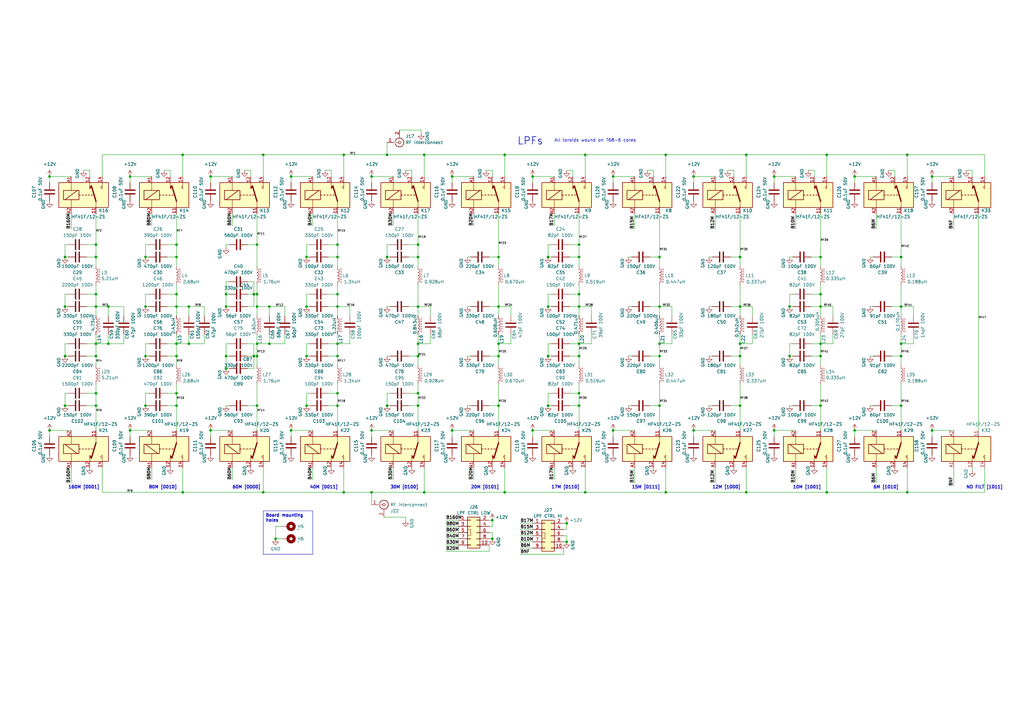
<source format=kicad_sch>
(kicad_sch (version 20230121) (generator eeschema)
  (paper "A3")
  (title_block (title "K9HZ 100W 11 Band LPF: Filter board") (date "2024-01-14") (rev "V1.00") (comment 1 "Layout by OG King-KI3P") (comment 2 "Designed by WJ Schmidt-K9HZ"))
  (junction (at 44.45 125.73))
  (junction (at 372.11 63.5))
  (junction (at 336.55 120.65))
  (junction (at 237.49 140.97))
  (junction (at 72.39 105.41))
  (junction (at 207.01 201.93))
  (junction (at 20.32 72.39))
  (junction (at 74.93 63.5))
  (junction (at 232.41 222.25))
  (junction (at 152.4 201.93))
  (junction (at 336.55 166.37))
  (junction (at 72.39 146.05))
  (junction (at 270.51 105.41))
  (junction (at 336.55 105.41))
  (junction (at 119.38 176.53))
  (junction (at 232.41 214.63))
  (junction (at 306.07 201.93))
  (junction (at 270.51 146.05))
  (junction (at 138.43 100.33))
  (junction (at 382.27 176.53))
  (junction (at 44.45 140.97))
  (junction (at 125.73 125.73))
  (junction (at 105.41 125.73))
  (junction (at 218.44 176.53))
  (junction (at 306.07 63.5))
  (junction (at 92.71 151.13))
  (junction (at 171.45 146.05))
  (junction (at 303.53 140.97))
  (junction (at 105.41 140.97))
  (junction (at 273.05 201.93))
  (junction (at 303.53 105.41))
  (junction (at 171.45 125.73))
  (junction (at 173.99 201.93))
  (junction (at 237.49 125.73))
  (junction (at 86.36 72.39))
  (junction (at 369.57 146.05))
  (junction (at 104.14 146.05))
  (junction (at 140.97 201.93))
  (junction (at 53.34 72.39))
  (junction (at 72.39 100.33))
  (junction (at 201.93 213.36))
  (junction (at 39.37 161.29))
  (junction (at 105.41 146.05))
  (junction (at 158.75 166.37))
  (junction (at 77.47 125.73))
  (junction (at 138.43 120.65))
  (junction (at 110.49 125.73))
  (junction (at 369.57 125.73))
  (junction (at 138.43 161.29))
  (junction (at 39.37 120.65))
  (junction (at 224.79 105.41))
  (junction (at 92.71 120.65))
  (junction (at 270.51 140.97))
  (junction (at 303.53 166.37))
  (junction (at 336.55 125.73))
  (junction (at 270.51 125.73))
  (junction (at 173.99 63.5))
  (junction (at 39.37 140.97))
  (junction (at 171.45 166.37))
  (junction (at 140.97 63.5))
  (junction (at 125.73 146.05))
  (junction (at 369.57 140.97))
  (junction (at 39.37 105.41))
  (junction (at 158.75 105.41))
  (junction (at 74.93 201.93))
  (junction (at 201.93 220.98))
  (junction (at 204.47 125.73))
  (junction (at 152.4 72.39))
  (junction (at 369.57 105.41))
  (junction (at 26.67 105.41))
  (junction (at 119.38 72.39))
  (junction (at 107.95 201.93))
  (junction (at 284.48 72.39))
  (junction (at 237.49 105.41))
  (junction (at 152.4 176.53))
  (junction (at 323.85 146.05))
  (junction (at 138.43 125.73))
  (junction (at 59.69 166.37))
  (junction (at 107.95 63.5))
  (junction (at 110.49 140.97))
  (junction (at 105.41 120.65))
  (junction (at 86.36 176.53))
  (junction (at 224.79 166.37))
  (junction (at 171.45 100.33))
  (junction (at 204.47 146.05))
  (junction (at 72.39 161.29))
  (junction (at 224.79 125.73))
  (junction (at 39.37 166.37))
  (junction (at 270.51 166.37))
  (junction (at 224.79 146.05))
  (junction (at 303.53 146.05))
  (junction (at 26.67 166.37))
  (junction (at 207.01 63.5))
  (junction (at 77.47 140.97))
  (junction (at 317.5 176.53))
  (junction (at 59.69 105.41))
  (junction (at 240.03 201.93))
  (junction (at 20.32 176.53))
  (junction (at 72.39 125.73))
  (junction (at 237.49 146.05))
  (junction (at 26.67 125.73))
  (junction (at 125.73 166.37))
  (junction (at 251.46 72.39))
  (junction (at 240.03 63.5))
  (junction (at 104.14 120.65))
  (junction (at 26.67 146.05))
  (junction (at 237.49 100.33))
  (junction (at 339.09 201.93))
  (junction (at 204.47 166.37))
  (junction (at 171.45 140.97))
  (junction (at 317.5 72.39))
  (junction (at 138.43 166.37))
  (junction (at 185.42 72.39))
  (junction (at 59.69 146.05))
  (junction (at 339.09 63.5))
  (junction (at 138.43 140.97))
  (junction (at 138.43 146.05))
  (junction (at 237.49 120.65))
  (junction (at 72.39 120.65))
  (junction (at 39.37 125.73))
  (junction (at 39.37 146.05))
  (junction (at 204.47 140.97))
  (junction (at 105.41 166.37))
  (junction (at 323.85 125.73))
  (junction (at 113.03 220.98))
  (junction (at 171.45 105.41))
  (junction (at 158.75 63.5))
  (junction (at 350.52 176.53))
  (junction (at 273.05 63.5))
  (junction (at 171.45 161.29))
  (junction (at 336.55 146.05))
  (junction (at 303.53 125.73))
  (junction (at 372.11 201.93))
  (junction (at 72.39 166.37))
  (junction (at 59.69 125.73))
  (junction (at 53.34 176.53))
  (junction (at 251.46 176.53))
  (junction (at 336.55 140.97))
  (junction (at 350.52 72.39))
  (junction (at 218.44 72.39))
  (junction (at 92.71 125.73))
  (junction (at 185.42 176.53))
  (junction (at 369.57 166.37))
  (junction (at 284.48 176.53))
  (junction (at 92.71 146.05))
  (junction (at 382.27 72.39))
  (junction (at 72.39 140.97))
  (junction (at 125.73 105.41))
  (junction (at 204.47 105.41))
  (junction (at 105.41 100.33))
  (junction (at 138.43 105.41))
  (junction (at 237.49 166.37))
  (junction (at 237.49 161.29))
  (junction (at 39.37 100.33))
  (wire (pts (xy 92.71 125.73) (xy 93.98 125.73)))
  (wire (pts (xy 53.34 72.39) (xy 53.34 74.93)))
  (wire (pts (xy 171.45 146.05) (xy 171.45 149.86)))
  (wire (pts (xy 336.55 140.97) (xy 341.63 140.97)))
  (wire (pts (xy 171.45 100.33) (xy 171.45 105.41)))
  (wire (pts (xy 35.56 161.29) (xy 39.37 161.29)))
  (wire (pts (xy 35.56 105.41) (xy 39.37 105.41)))
  (wire (pts (xy 168.91 69.85) (xy 166.37 69.85)))
  (wire (pts (xy 104.14 115.57) (xy 104.14 120.65)))
  (wire (pts (xy 140.97 201.93) (xy 152.4 201.93)))
  (wire (pts (xy 233.68 146.05) (xy 237.49 146.05)))
  (wire (pts (xy 105.41 125.73) (xy 110.49 125.73)))
  (wire (pts (xy 72.39 120.65) (xy 72.39 125.73)))
  (wire (pts (xy 237.49 166.37) (xy 237.49 176.53)))
  (wire (pts (xy 191.77 105.41) (xy 193.04 105.41)))
  (wire (pts (xy 93.98 120.65) (xy 92.71 120.65)))
  (wire (pts (xy 303.53 166.37) (xy 303.53 176.53)))
  (wire (pts (xy 35.56 125.73) (xy 39.37 125.73)))
  (wire (pts (xy 207.01 191.77) (xy 207.01 201.93)))
  (wire (pts (xy 74.93 72.39) (xy 74.93 63.5)))
  (wire (pts (xy 50.8 125.73) (xy 50.8 129.54)))
  (wire (pts (xy 171.45 87.63) (xy 171.45 100.33)))
  (wire (pts (xy 92.71 151.13) (xy 93.98 151.13)))
  (wire (pts (xy 26.67 125.73) (xy 27.94 125.73)))
  (wire (pts (xy 92.71 115.57) (xy 92.71 120.65)))
  (wire (pts (xy 267.97 69.85) (xy 265.43 69.85)))
  (wire (pts (xy 161.29 191.77) (xy 161.29 196.85)))
  (wire (pts (xy 290.83 146.05) (xy 292.1 146.05)))
  (wire (pts (xy 200.66 125.73) (xy 204.47 125.73)))
  (wire (pts (xy 270.51 87.63) (xy 270.51 105.41)))
  (wire (pts (xy 59.69 125.73) (xy 60.96 125.73)))
  (wire (pts (xy 93.98 100.33) (xy 92.71 100.33)))
  (wire (pts (xy 382.27 72.39) (xy 391.16 72.39)))
  (wire (pts (xy 336.55 105.41) (xy 336.55 109.22)))
  (wire (pts (xy 336.55 137.16) (xy 336.55 140.97)))
  (wire (pts (xy 207.01 201.93) (xy 240.03 201.93)))
  (wire (pts (xy 138.43 161.29) (xy 138.43 157.48)))
  (wire (pts (xy 101.6 151.13) (xy 104.14 151.13)))
  (wire (pts (xy 152.4 72.39) (xy 161.29 72.39)))
  (wire (pts (xy 401.32 87.63) (xy 401.32 176.53)))
  (wire (pts (xy 213.36 219.71) (xy 218.44 219.71)))
  (wire (pts (xy 72.39 125.73) (xy 72.39 129.54)))
  (wire (pts (xy 27.94 100.33) (xy 26.67 100.33)))
  (wire (pts (xy 134.62 105.41) (xy 138.43 105.41)))
  (wire (pts (xy 226.06 140.97) (xy 224.79 140.97)))
  (wire (pts (xy 59.69 166.37) (xy 60.96 166.37)))
  (wire (pts (xy 107.95 201.93) (xy 140.97 201.93)))
  (wire (pts (xy 369.57 140.97) (xy 369.57 146.05)))
  (wire (pts (xy 138.43 125.73) (xy 143.51 125.73)))
  (wire (pts (xy 369.57 166.37) (xy 369.57 176.53)))
  (wire (pts (xy 62.23 92.71) (xy 62.23 87.63)))
  (wire (pts (xy 201.93 72.39) (xy 201.93 69.85)))
  (wire (pts (xy 134.62 120.65) (xy 138.43 120.65)))
  (wire (pts (xy 171.45 116.84) (xy 171.45 125.73)))
  (wire (pts (xy 233.68 120.65) (xy 237.49 120.65)))
  (wire (pts (xy 224.79 125.73) (xy 226.06 125.73)))
  (wire (pts (xy 116.84 125.73) (xy 116.84 129.54)))
  (wire (pts (xy 372.11 191.77) (xy 372.11 201.93)))
  (wire (pts (xy 251.46 72.39) (xy 251.46 74.93)))
  (wire (pts (xy 382.27 176.53) (xy 391.16 176.53)))
  (wire (pts (xy 403.86 72.39) (xy 403.86 63.5)))
  (wire (pts (xy 138.43 87.63) (xy 138.43 100.33)))
  (wire (pts (xy 35.56 120.65) (xy 39.37 120.65)))
  (wire (pts (xy 72.39 105.41) (xy 72.39 109.22)))
  (wire (pts (xy 102.87 72.39) (xy 102.87 69.85)))
  (wire (pts (xy 369.57 140.97) (xy 374.65 140.97)))
  (wire (pts (xy 172.72 54.61) (xy 172.72 53.34)))
  (wire (pts (xy 266.7 105.41) (xy 270.51 105.41)))
  (wire (pts (xy 227.33 92.71) (xy 227.33 87.63)))
  (wire (pts (xy 226.06 161.29) (xy 224.79 161.29)))
  (wire (pts (xy 27.94 140.97) (xy 26.67 140.97)))
  (wire (pts (xy 233.68 125.73) (xy 237.49 125.73)))
  (wire (pts (xy 240.03 63.5) (xy 240.03 72.39)))
  (wire (pts (xy 356.87 125.73) (xy 358.14 125.73)))
  (wire (pts (xy 53.34 176.53) (xy 53.34 179.07)))
  (wire (pts (xy 104.14 125.73) (xy 104.14 120.65)))
  (wire (pts (xy 336.55 125.73) (xy 341.63 125.73)))
  (wire (pts (xy 59.69 100.33) (xy 59.69 105.41)))
  (wire (pts (xy 101.6 146.05) (xy 104.14 146.05)))
  (wire (pts (xy 306.07 201.93) (xy 339.09 201.93)))
  (wire (pts (xy 110.49 140.97) (xy 116.84 140.97)))
  (wire (pts (xy 391.16 199.39) (xy 391.16 191.77)))
  (wire (pts (xy 237.49 166.37) (xy 237.49 161.29)))
  (wire (pts (xy 224.79 100.33) (xy 224.79 105.41)))
  (wire (pts (xy 201.93 220.98) (xy 200.66 220.98)))
  (wire (pts (xy 308.61 137.16) (xy 308.61 140.97)))
  (wire (pts (xy 306.07 191.77) (xy 306.07 201.93)))
  (wire (pts (xy 303.53 140.97) (xy 308.61 140.97)))
  (wire (pts (xy 93.98 140.97) (xy 92.71 140.97)))
  (wire (pts (xy 168.91 72.39) (xy 168.91 69.85)))
  (wire (pts (xy 204.47 87.63) (xy 204.47 105.41)))
  (wire (pts (xy 306.07 63.5) (xy 339.09 63.5)))
  (wire (pts (xy 237.49 125.73) (xy 242.57 125.73)))
  (wire (pts (xy 105.41 140.97) (xy 110.49 140.97)))
  (wire (pts (xy 26.67 100.33) (xy 26.67 105.41)))
  (wire (pts (xy 39.37 161.29) (xy 39.37 157.48)))
  (wire (pts (xy 231.14 227.33) (xy 231.14 224.79)))
  (wire (pts (xy 398.78 191.77) (xy 398.78 193.04)))
  (wire (pts (xy 391.16 93.98) (xy 391.16 87.63)))
  (wire (pts (xy 237.49 146.05) (xy 237.49 149.86)))
  (wire (pts (xy 303.53 157.48) (xy 303.53 166.37)))
  (wire (pts (xy 101.6 125.73) (xy 104.14 125.73)))
  (wire (pts (xy 72.39 140.97) (xy 77.47 140.97)))
  (wire (pts (xy 125.73 166.37) (xy 127 166.37)))
  (wire (pts (xy 41.91 72.39) (xy 41.91 63.5)))
  (wire (pts (xy 204.47 140.97) (xy 209.55 140.97)))
  (wire (pts (xy 152.4 176.53) (xy 152.4 179.07)))
  (wire (pts (xy 125.73 100.33) (xy 125.73 105.41)))
  (wire (pts (xy 213.36 224.79) (xy 218.44 224.79)))
  (wire (pts (xy 299.72 166.37) (xy 303.53 166.37)))
  (wire (pts (xy 237.49 105.41) (xy 237.49 109.22)))
  (wire (pts (xy 226.06 120.65) (xy 224.79 120.65)))
  (wire (pts (xy 270.51 166.37) (xy 270.51 176.53)))
  (wire (pts (xy 200.66 215.9) (xy 201.93 215.9)))
  (wire (pts (xy 290.83 105.41) (xy 292.1 105.41)))
  (wire (pts (xy 336.55 140.97) (xy 336.55 146.05)))
  (wire (pts (xy 105.41 87.63) (xy 105.41 100.33)))
  (wire (pts (xy 273.05 201.93) (xy 306.07 201.93)))
  (wire (pts (xy 39.37 125.73) (xy 44.45 125.73)))
  (wire (pts (xy 86.36 176.53) (xy 86.36 179.07)))
  (wire (pts (xy 104.14 146.05) (xy 105.41 146.05)))
  (wire (pts (xy 134.62 140.97) (xy 138.43 140.97)))
  (wire (pts (xy 101.6 100.33) (xy 105.41 100.33)))
  (wire (pts (xy 107.95 63.5) (xy 140.97 63.5)))
  (wire (pts (xy 105.41 116.84) (xy 105.41 120.65)))
  (wire (pts (xy 218.44 72.39) (xy 218.44 74.93)))
  (wire (pts (xy 158.75 166.37) (xy 160.02 166.37)))
  (wire (pts (xy 275.59 137.16) (xy 275.59 140.97)))
  (wire (pts (xy 213.36 222.25) (xy 218.44 222.25)))
  (wire (pts (xy 72.39 87.63) (xy 72.39 100.33)))
  (wire (pts (xy 138.43 120.65) (xy 138.43 125.73)))
  (wire (pts (xy 160.02 100.33) (xy 158.75 100.33)))
  (wire (pts (xy 185.42 176.53) (xy 185.42 179.07)))
  (wire (pts (xy 200.66 226.06) (xy 200.66 223.52)))
  (wire (pts (xy 92.71 146.05) (xy 93.98 146.05)))
  (wire (pts (xy 204.47 137.16) (xy 204.47 140.97)))
  (wire (pts (xy 138.43 137.16) (xy 138.43 140.97)))
  (wire (pts (xy 336.55 125.73) (xy 336.55 129.54)))
  (wire (pts (xy 138.43 166.37) (xy 138.43 176.53)))
  (wire (pts (xy 224.79 140.97) (xy 224.79 146.05)))
  (wire (pts (xy 237.49 137.16) (xy 237.49 140.97)))
  (wire (pts (xy 140.97 63.5) (xy 158.75 63.5)))
  (wire (pts (xy 161.29 92.71) (xy 161.29 87.63)))
  (wire (pts (xy 77.47 125.73) (xy 83.82 125.73)))
  (wire (pts (xy 237.49 140.97) (xy 237.49 146.05)))
  (wire (pts (xy 251.46 72.39) (xy 260.35 72.39)))
  (wire (pts (xy 105.41 140.97) (xy 105.41 146.05)))
  (wire (pts (xy 224.79 166.37) (xy 226.06 166.37)))
  (wire (pts (xy 116.84 140.97) (xy 116.84 137.16)))
  (wire (pts (xy 171.45 137.16) (xy 171.45 140.97)))
  (wire (pts (xy 158.75 161.29) (xy 158.75 166.37)))
  (wire (pts (xy 369.57 157.48) (xy 369.57 166.37)))
  (wire (pts (xy 323.85 125.73) (xy 325.12 125.73)))
  (wire (pts (xy 138.43 125.73) (xy 138.43 129.54)))
  (wire (pts (xy 403.86 191.77) (xy 403.86 201.93)))
  (wire (pts (xy 27.94 120.65) (xy 26.67 120.65)))
  (wire (pts (xy 39.37 166.37) (xy 39.37 176.53)))
  (wire (pts (xy 350.52 176.53) (xy 359.41 176.53)))
  (wire (pts (xy 270.51 125.73) (xy 275.59 125.73)))
  (wire (pts (xy 26.67 140.97) (xy 26.67 146.05)))
  (wire (pts (xy 237.49 116.84) (xy 237.49 120.65)))
  (wire (pts (xy 336.55 116.84) (xy 336.55 120.65)))
  (wire (pts (xy 53.34 176.53) (xy 62.23 176.53)))
  (wire (pts (xy 209.55 125.73) (xy 209.55 129.54)))
  (wire (pts (xy 398.78 72.39) (xy 398.78 69.85)))
  (wire (pts (xy 303.53 116.84) (xy 303.53 125.73)))
  (wire (pts (xy 171.45 161.29) (xy 171.45 157.48)))
  (wire (pts (xy 158.75 105.41) (xy 160.02 105.41)))
  (wire (pts (xy 299.72 105.41) (xy 303.53 105.41)))
  (wire (pts (xy 29.21 93.98) (xy 29.21 87.63)))
  (wire (pts (xy 59.69 161.29) (xy 59.69 166.37)))
  (wire (pts (xy 323.85 105.41) (xy 325.12 105.41)))
  (wire (pts (xy 303.53 140.97) (xy 303.53 146.05)))
  (wire (pts (xy 201.93 215.9) (xy 201.93 213.36)))
  (wire (pts (xy 105.41 100.33) (xy 105.41 109.22)))
  (wire (pts (xy 372.11 201.93) (xy 403.86 201.93)))
  (wire (pts (xy 299.72 146.05) (xy 303.53 146.05)))
  (wire (pts (xy 237.49 140.97) (xy 242.57 140.97)))
  (wire (pts (xy 270.51 157.48) (xy 270.51 166.37)))
  (wire (pts (xy 224.79 105.41) (xy 226.06 105.41)))
  (wire (pts (xy 173.99 201.93) (xy 207.01 201.93)))
  (wire (pts (xy 293.37 198.12) (xy 293.37 191.77)))
  (wire (pts (xy 26.67 166.37) (xy 27.94 166.37)))
  (wire (pts (xy 204.47 125.73) (xy 209.55 125.73)))
  (wire (pts (xy 300.99 72.39) (xy 300.99 69.85)))
  (wire (pts (xy 266.7 125.73) (xy 270.51 125.73)))
  (wire (pts (xy 68.58 146.05) (xy 72.39 146.05)))
  (wire (pts (xy 68.58 166.37) (xy 72.39 166.37)))
  (wire (pts (xy 119.38 72.39) (xy 119.38 74.93)))
  (wire (pts (xy 20.32 72.39) (xy 29.21 72.39)))
  (wire (pts (xy 77.47 137.16) (xy 77.47 140.97)))
  (wire (pts (xy 104.14 120.65) (xy 105.41 120.65)))
  (wire (pts (xy 60.96 100.33) (xy 59.69 100.33)))
  (wire (pts (xy 185.42 176.53) (xy 194.31 176.53)))
  (wire (pts (xy 92.71 100.33) (xy 92.71 101.6)))
  (wire (pts (xy 105.41 120.65) (xy 105.41 125.73)))
  (wire (pts (xy 218.44 72.39) (xy 227.33 72.39)))
  (wire (pts (xy 293.37 93.98) (xy 293.37 87.63)))
  (wire (pts (xy 167.64 100.33) (xy 171.45 100.33)))
  (wire (pts (xy 29.21 198.12) (xy 29.21 191.77)))
  (wire (pts (xy 350.52 176.53) (xy 350.52 179.07)))
  (wire (pts (xy 138.43 166.37) (xy 138.43 161.29)))
  (wire (pts (xy 332.74 146.05) (xy 336.55 146.05)))
  (wire (pts (xy 135.89 69.85) (xy 133.35 69.85)))
  (wire (pts (xy 39.37 140.97) (xy 44.45 140.97)))
  (wire (pts (xy 68.58 120.65) (xy 72.39 120.65)))
  (wire (pts (xy 273.05 72.39) (xy 273.05 63.5)))
  (wire (pts (xy 167.64 146.05) (xy 171.45 146.05)))
  (wire (pts (xy 359.41 198.12) (xy 359.41 191.77)))
  (wire (pts (xy 171.45 140.97) (xy 171.45 146.05)))
  (wire (pts (xy 336.55 146.05) (xy 336.55 149.86)))
  (wire (pts (xy 270.51 140.97) (xy 275.59 140.97)))
  (wire (pts (xy 127 140.97) (xy 125.73 140.97)))
  (wire (pts (xy 152.4 176.53) (xy 161.29 176.53)))
  (wire (pts (xy 369.57 125.73) (xy 369.57 129.54)))
  (wire (pts (xy 356.87 146.05) (xy 358.14 146.05)))
  (wire (pts (xy 284.48 72.39) (xy 284.48 74.93)))
  (wire (pts (xy 74.93 201.93) (xy 107.95 201.93)))
  (wire (pts (xy 39.37 140.97) (xy 39.37 146.05)))
  (wire (pts (xy 341.63 125.73) (xy 341.63 129.54)))
  (wire (pts (xy 233.68 105.41) (xy 237.49 105.41)))
  (wire (pts (xy 110.49 125.73) (xy 110.49 129.54)))
  (wire (pts (xy 237.49 87.63) (xy 237.49 100.33)))
  (wire (pts (xy 372.11 72.39) (xy 372.11 63.5)))
  (wire (pts (xy 266.7 166.37) (xy 270.51 166.37)))
  (wire (pts (xy 83.82 140.97) (xy 83.82 137.16)))
  (wire (pts (xy 231.14 214.63) (xy 232.41 214.63)))
  (wire (pts (xy 350.52 72.39) (xy 350.52 74.93)))
  (wire (pts (xy 39.37 137.16) (xy 39.37 140.97)))
  (wire (pts (xy 341.63 137.16) (xy 341.63 140.97)))
  (wire (pts (xy 332.74 166.37) (xy 336.55 166.37)))
  (wire (pts (xy 356.87 105.41) (xy 358.14 105.41)))
  (wire (pts (xy 171.45 166.37) (xy 171.45 176.53)))
  (wire (pts (xy 72.39 146.05) (xy 72.39 149.86)))
  (wire (pts (xy 59.69 140.97) (xy 59.69 146.05)))
  (wire (pts (xy 167.64 161.29) (xy 171.45 161.29)))
  (wire (pts (xy 273.05 191.77) (xy 273.05 201.93)))
  (wire (pts (xy 382.27 176.53) (xy 382.27 179.07)))
  (wire (pts (xy 125.73 105.41) (xy 127 105.41)))
  (wire (pts (xy 317.5 176.53) (xy 326.39 176.53)))
  (wire (pts (xy 167.64 105.41) (xy 171.45 105.41)))
  (wire (pts (xy 127 100.33) (xy 125.73 100.33)))
  (wire (pts (xy 72.39 125.73) (xy 77.47 125.73)))
  (wire (pts (xy 194.31 191.77) (xy 194.31 196.85)))
  (wire (pts (xy 365.76 125.73) (xy 369.57 125.73)))
  (wire (pts (xy 173.99 63.5) (xy 173.99 72.39)))
  (wire (pts (xy 182.88 226.06) (xy 200.66 226.06)))
  (wire (pts (xy 41.91 201.93) (xy 74.93 201.93)))
  (wire (pts (xy 74.93 191.77) (xy 74.93 201.93)))
  (wire (pts (xy 317.5 72.39) (xy 326.39 72.39)))
  (wire (pts (xy 127 161.29) (xy 125.73 161.29)))
  (wire (pts (xy 158.75 100.33) (xy 158.75 105.41)))
  (wire (pts (xy 204.47 146.05) (xy 204.47 149.86)))
  (wire (pts (xy 72.39 140.97) (xy 72.39 146.05)))
  (wire (pts (xy 125.73 140.97) (xy 125.73 146.05)))
  (wire (pts (xy 105.41 146.05) (xy 105.41 149.86)))
  (wire (pts (xy 69.85 72.39) (xy 69.85 69.85)))
  (wire (pts (xy 332.74 125.73) (xy 336.55 125.73)))
  (wire (pts (xy 240.03 63.5) (xy 273.05 63.5)))
  (wire (pts (xy 119.38 176.53) (xy 128.27 176.53)))
  (wire (pts (xy 200.66 146.05) (xy 204.47 146.05)))
  (wire (pts (xy 213.36 217.17) (xy 218.44 217.17)))
  (wire (pts (xy 134.62 146.05) (xy 138.43 146.05)))
  (wire (pts (xy 107.95 63.5) (xy 107.95 72.39)))
  (wire (pts (xy 356.87 166.37) (xy 358.14 166.37)))
  (wire (pts (xy 237.49 120.65) (xy 237.49 125.73)))
  (wire (pts (xy 332.74 140.97) (xy 336.55 140.97)))
  (wire (pts (xy 191.77 166.37) (xy 193.04 166.37)))
  (wire (pts (xy 234.95 72.39) (xy 234.95 69.85)))
  (wire (pts (xy 128.27 92.71) (xy 128.27 87.63)))
  (wire (pts (xy 207.01 63.5) (xy 207.01 72.39)))
  (wire (pts (xy 152.4 72.39) (xy 152.4 74.93)))
  (wire (pts (xy 35.56 166.37) (xy 39.37 166.37)))
  (wire (pts (xy 332.74 105.41) (xy 336.55 105.41)))
  (wire (pts (xy 369.57 146.05) (xy 369.57 149.86)))
  (wire (pts (xy 157.48 212.09) (xy 166.37 212.09)))
  (wire (pts (xy 339.09 201.93) (xy 372.11 201.93)))
  (wire (pts (xy 303.53 87.63) (xy 303.53 105.41)))
  (wire (pts (xy 68.58 125.73) (xy 72.39 125.73)))
  (wire (pts (xy 92.71 151.13) (xy 92.71 146.05)))
  (wire (pts (xy 350.52 72.39) (xy 359.41 72.39)))
  (wire (pts (xy 171.45 105.41) (xy 171.45 109.22)))
  (wire (pts (xy 231.14 217.17) (xy 232.41 217.17)))
  (wire (pts (xy 182.88 220.98) (xy 187.96 220.98)))
  (wire (pts (xy 251.46 176.53) (xy 251.46 179.07)))
  (wire (pts (xy 125.73 146.05) (xy 127 146.05)))
  (wire (pts (xy 158.75 125.73) (xy 160.02 125.73)))
  (wire (pts (xy 125.73 125.73) (xy 127 125.73)))
  (wire (pts (xy 218.44 176.53) (xy 227.33 176.53)))
  (wire (pts (xy 110.49 137.16) (xy 110.49 140.97)))
  (wire (pts (xy 138.43 116.84) (xy 138.43 120.65)))
  (wire (pts (xy 267.97 72.39) (xy 267.97 69.85)))
  (wire (pts (xy 35.56 140.97) (xy 39.37 140.97)))
  (wire (pts (xy 284.48 72.39) (xy 293.37 72.39)))
  (wire (pts (xy 224.79 120.65) (xy 224.79 125.73)))
  (wire (pts (xy 101.6 115.57) (xy 104.14 115.57)))
  (wire (pts (xy 326.39 93.98) (xy 326.39 87.63)))
  (wire (pts (xy 339.09 63.5) (xy 372.11 63.5)))
  (wire (pts (xy 240.03 201.93) (xy 240.03 191.77)))
  (wire (pts (xy 68.58 140.97) (xy 72.39 140.97)))
  (wire (pts (xy 303.53 125.73) (xy 308.61 125.73)))
  (wire (pts (xy 171.45 166.37) (xy 171.45 161.29)))
  (wire (pts (xy 127 120.65) (xy 125.73 120.65)))
  (wire (pts (xy 336.55 157.48) (xy 336.55 166.37)))
  (wire (pts (xy 290.83 166.37) (xy 292.1 166.37)))
  (wire (pts (xy 68.58 100.33) (xy 72.39 100.33)))
  (wire (pts (xy 317.5 72.39) (xy 317.5 74.93)))
  (wire (pts (xy 233.68 166.37) (xy 237.49 166.37)))
  (wire (pts (xy 182.88 223.52) (xy 187.96 223.52)))
  (wire (pts (xy 284.48 176.53) (xy 293.37 176.53)))
  (wire (pts (xy 257.81 105.41) (xy 259.08 105.41)))
  (wire (pts (xy 273.05 63.5) (xy 306.07 63.5)))
  (wire (pts (xy 209.55 137.16) (xy 209.55 140.97)))
  (wire (pts (xy 275.59 125.73) (xy 275.59 129.54)))
  (wire (pts (xy 26.67 105.41) (xy 27.94 105.41)))
  (wire (pts (xy 257.81 146.05) (xy 259.08 146.05)))
  (wire (pts (xy 224.79 161.29) (xy 224.79 166.37)))
  (wire (pts (xy 365.76 166.37) (xy 369.57 166.37)))
  (wire (pts (xy 339.09 191.77) (xy 339.09 201.93)))
  (wire (pts (xy 72.39 137.16) (xy 72.39 140.97)))
  (wire (pts (xy 369.57 116.84) (xy 369.57 125.73)))
  (wire (pts (xy 257.81 125.73) (xy 259.08 125.73)))
  (wire (pts (xy 308.61 125.73) (xy 308.61 129.54)))
  (wire (pts (xy 227.33 191.77) (xy 227.33 196.85)))
  (wire (pts (xy 290.83 125.73) (xy 292.1 125.73)))
  (wire (pts (xy 185.42 72.39) (xy 194.31 72.39)))
  (wire (pts (xy 152.4 201.93) (xy 152.4 207.01)))
  (wire (pts (xy 72.39 166.37) (xy 72.39 176.53)))
  (wire (pts (xy 233.68 161.29) (xy 237.49 161.29)))
  (wire (pts (xy 365.76 146.05) (xy 369.57 146.05)))
  (wire (pts (xy 83.82 125.73) (xy 83.82 129.54)))
  (wire (pts (xy 140.97 63.5) (xy 140.97 72.39)))
  (wire (pts (xy 44.45 140.97) (xy 50.8 140.97)))
  (wire (pts (xy 77.47 125.73) (xy 77.47 129.54)))
  (wire (pts (xy 369.57 105.41) (xy 369.57 109.22)))
  (wire (pts (xy 101.6 140.97) (xy 104.14 140.97)))
  (wire (pts (xy 204.47 105.41) (xy 204.47 109.22)))
  (wire (pts (xy 325.12 120.65) (xy 323.85 120.65)))
  (wire (pts (xy 257.81 166.37) (xy 259.08 166.37)))
  (wire (pts (xy 234.95 69.85) (xy 232.41 69.85)))
  (wire (pts (xy 200.66 218.44) (xy 201.93 218.44)))
  (wire (pts (xy 323.85 120.65) (xy 323.85 125.73)))
  (wire (pts (xy 86.36 176.53) (xy 95.25 176.53)))
  (wire (pts (xy 41.91 191.77) (xy 41.91 201.93)))
  (wire (pts (xy 173.99 63.5) (xy 207.01 63.5)))
  (wire (pts (xy 242.57 125.73) (xy 242.57 129.54)))
  (wire (pts (xy 232.41 219.71) (xy 232.41 222.25)))
  (wire (pts (xy 138.43 100.33) (xy 138.43 105.41)))
  (wire (pts (xy 299.72 125.73) (xy 303.53 125.73)))
  (wire (pts (xy 20.32 72.39) (xy 20.32 74.93)))
  (wire (pts (xy 359.41 93.98) (xy 359.41 87.63)))
  (wire (pts (xy 374.65 125.73) (xy 374.65 129.54)))
  (wire (pts (xy 95.25 92.71) (xy 95.25 87.63)))
  (wire (pts (xy 72.39 100.33) (xy 72.39 105.41)))
  (wire (pts (xy 233.68 140.97) (xy 237.49 140.97)))
  (wire (pts (xy 398.78 69.85) (xy 396.24 69.85)))
  (wire (pts (xy 36.83 72.39) (xy 36.83 69.85)))
  (wire (pts (xy 231.14 219.71) (xy 232.41 219.71)))
  (wire (pts (xy 201.93 213.36) (xy 200.66 213.36)))
  (wire (pts (xy 204.47 116.84) (xy 204.47 125.73)))
  (wire (pts (xy 323.85 146.05) (xy 325.12 146.05)))
  (wire (pts (xy 367.03 72.39) (xy 367.03 69.85)))
  (wire (pts (xy 303.53 125.73) (xy 303.53 129.54)))
  (wire (pts (xy 194.31 92.71) (xy 194.31 87.63)))
  (wire (pts (xy 300.99 69.85) (xy 298.45 69.85)))
  (wire (pts (xy 68.58 105.41) (xy 72.39 105.41)))
  (wire (pts (xy 74.93 63.5) (xy 107.95 63.5)))
  (wire (pts (xy 213.36 227.33) (xy 231.14 227.33)))
  (wire (pts (xy 60.96 161.29) (xy 59.69 161.29)))
  (wire (pts (xy 166.37 213.36) (xy 166.37 212.09)))
  (wire (pts (xy 53.34 72.39) (xy 62.23 72.39)))
  (wire (pts (xy 72.39 116.84) (xy 72.39 120.65)))
  (wire (pts (xy 138.43 140.97) (xy 138.43 146.05)))
  (wire (pts (xy 59.69 146.05) (xy 60.96 146.05)))
  (wire (pts (xy 104.14 140.97) (xy 104.14 146.05)))
  (wire (pts (xy 59.69 105.41) (xy 60.96 105.41)))
  (wire (pts (xy 77.47 140.97) (xy 83.82 140.97)))
  (wire (pts (xy 119.38 176.53) (xy 119.38 179.07)))
  (wire (pts (xy 27.94 161.29) (xy 26.67 161.29)))
  (wire (pts (xy 382.27 72.39) (xy 382.27 74.93)))
  (wire (pts (xy 204.47 166.37) (xy 204.47 176.53)))
  (wire (pts (xy 86.36 72.39) (xy 95.25 72.39)))
  (wire (pts (xy 372.11 63.5) (xy 403.86 63.5)))
  (wire (pts (xy 303.53 146.05) (xy 303.53 149.86)))
  (wire (pts (xy 143.51 137.16) (xy 143.51 140.97)))
  (wire (pts (xy 138.43 105.41) (xy 138.43 109.22)))
  (wire (pts (xy 270.51 146.05) (xy 270.51 149.86)))
  (wire (pts (xy 231.14 222.25) (xy 232.41 222.25)))
  (wire (pts (xy 39.37 116.84) (xy 39.37 120.65)))
  (wire (pts (xy 39.37 166.37) (xy 39.37 161.29)))
  (wire (pts (xy 303.53 105.41) (xy 303.53 109.22)))
  (wire (pts (xy 105.41 166.37) (xy 105.41 176.53)))
  (wire (pts (xy 26.67 120.65) (xy 26.67 125.73)))
  (wire (pts (xy 266.7 146.05) (xy 270.51 146.05)))
  (wire (pts (xy 334.01 69.85) (xy 331.47 69.85)))
  (wire (pts (xy 317.5 176.53) (xy 317.5 179.07)))
  (wire (pts (xy 233.68 100.33) (xy 237.49 100.33)))
  (wire (pts (xy 92.71 120.65) (xy 92.71 125.73)))
  (wire (pts (xy 44.45 137.16) (xy 44.45 140.97)))
  (wire (pts (xy 201.93 218.44) (xy 201.93 220.98)))
  (wire (pts (xy 339.09 72.39) (xy 339.09 63.5)))
  (wire (pts (xy 303.53 137.16) (xy 303.53 140.97)))
  (wire (pts (xy 270.51 137.16) (xy 270.51 140.97)))
  (wire (pts (xy 336.55 87.63) (xy 336.55 105.41)))
  (wire (pts (xy 35.56 100.33) (xy 39.37 100.33)))
  (wire (pts (xy 237.49 161.29) (xy 237.49 157.48)))
  (wire (pts (xy 284.48 176.53) (xy 284.48 179.07)))
  (wire (pts (xy 204.47 125.73) (xy 204.47 129.54)))
  (wire (pts (xy 134.62 161.29) (xy 138.43 161.29)))
  (wire (pts (xy 59.69 120.65) (xy 59.69 125.73)))
  (wire (pts (xy 26.67 161.29) (xy 26.67 166.37)))
  (wire (pts (xy 176.53 125.73) (xy 176.53 129.54)))
  (wire (pts (xy 92.71 140.97) (xy 92.71 146.05)))
  (wire (pts (xy 191.77 146.05) (xy 193.04 146.05)))
  (wire (pts (xy 226.06 100.33) (xy 224.79 100.33)))
  (wire (pts (xy 134.62 125.73) (xy 138.43 125.73)))
  (wire (pts (xy 332.74 120.65) (xy 336.55 120.65)))
  (wire (pts (xy 270.51 125.73) (xy 270.51 129.54)))
  (wire (pts (xy 93.98 115.57) (xy 92.71 115.57)))
  (wire (pts (xy 152.4 201.93) (xy 173.99 201.93)))
  (wire (pts (xy 72.39 166.37) (xy 72.39 161.29)))
  (wire (pts (xy 160.02 161.29) (xy 158.75 161.29)))
  (wire (pts (xy 237.49 125.73) (xy 237.49 129.54)))
  (wire (pts (xy 20.32 176.53) (xy 29.21 176.53)))
  (wire (pts (xy 191.77 125.73) (xy 193.04 125.73)))
  (wire (pts (xy 336.55 120.65) (xy 336.55 125.73)))
  (wire (pts (xy 325.12 140.97) (xy 323.85 140.97)))
  (wire (pts (xy 128.27 191.77) (xy 128.27 196.85)))
  (wire (pts (xy 369.57 87.63) (xy 369.57 105.41)))
  (wire (pts (xy 270.51 105.41) (xy 270.51 109.22)))
  (wire (pts (xy 39.37 120.65) (xy 39.37 125.73)))
  (wire (pts (xy 125.73 161.29) (xy 125.73 166.37)))
  (wire (pts (xy 336.55 166.37) (xy 336.55 176.53)))
  (wire (pts (xy 119.38 72.39) (xy 128.27 72.39)))
  (wire (pts (xy 182.88 218.44) (xy 187.96 218.44)))
  (wire (pts (xy 101.6 166.37) (xy 105.41 166.37)))
  (wire (pts (xy 69.85 69.85) (xy 67.31 69.85)))
  (wire (pts (xy 95.25 191.77) (xy 95.25 196.85)))
  (wire (pts (xy 138.43 140.97) (xy 143.51 140.97)))
  (wire (pts (xy 72.39 161.29) (xy 72.39 157.48)))
  (wire (pts (xy 158.75 63.5) (xy 173.99 63.5)))
  (wire (pts (xy 251.46 176.53) (xy 260.35 176.53)))
  (wire (pts (xy 213.36 214.63) (xy 218.44 214.63)))
  (wire (pts (xy 172.72 53.34) (xy 163.83 53.34)))
  (wire (pts (xy 173.99 191.77) (xy 173.99 201.93)))
  (wire (pts (xy 171.45 125.73) (xy 171.45 129.54)))
  (wire (pts (xy 334.01 72.39) (xy 334.01 69.85)))
  (wire (pts (xy 365.76 105.41) (xy 369.57 105.41)))
  (wire (pts (xy 104.14 151.13) (xy 104.14 146.05)))
  (wire (pts (xy 50.8 140.97) (xy 50.8 137.16)))
  (wire (pts (xy 86.36 72.39) (xy 86.36 74.93)))
  (wire (pts (xy 105.41 137.16) (xy 105.41 140.97)))
  (wire (pts (xy 113.03 220.98) (xy 115.57 220.98)))
  (wire (pts (xy 39.37 125.73) (xy 39.37 129.54)))
  (wire (pts (xy 39.37 87.63) (xy 39.37 100.33)))
  (wire (pts (xy 204.47 140.97) (xy 204.47 146.05)))
  (wire (pts (xy 158.75 58.42) (xy 158.75 63.5)))
  (wire (pts (xy 105.41 157.48) (xy 105.41 166.37)))
  (wire (pts (xy 204.47 157.48) (xy 204.47 166.37)))
  (wire (pts (xy 26.67 146.05) (xy 27.94 146.05)))
  (wire (pts (xy 60.96 120.65) (xy 59.69 120.65)))
  (wire (pts (xy 110.49 125.73) (xy 116.84 125.73)))
  (wire (pts (xy 240.03 201.93) (xy 273.05 201.93)))
  (wire (pts (xy 306.07 72.39) (xy 306.07 63.5)))
  (wire (pts (xy 113.03 215.9) (xy 113.03 220.98)))
  (wire (pts (xy 60.96 140.97) (xy 59.69 140.97)))
  (wire (pts (xy 105.41 125.73) (xy 105.41 129.54)))
  (wire (pts (xy 260.35 93.98) (xy 260.35 87.63)))
  (wire (pts (xy 68.58 161.29) (xy 72.39 161.29)))
  (wire (pts (xy 134.62 166.37) (xy 138.43 166.37)))
  (wire (pts (xy 92.71 166.37) (xy 93.98 166.37)))
  (wire (pts (xy 41.91 63.5) (xy 74.93 63.5)))
  (wire (pts (xy 107.95 191.77) (xy 107.95 201.93)))
  (wire (pts (xy 20.32 176.53) (xy 20.32 179.07)))
  (wire (pts (xy 270.51 140.97) (xy 270.51 146.05)))
  (wire (pts (xy 39.37 146.05) (xy 39.37 149.86)))
  (wire (pts (xy 207.01 63.5) (xy 240.03 63.5)))
  (wire (pts (xy 143.51 125.73) (xy 143.51 129.54)))
  (wire (pts (xy 200.66 166.37) (xy 204.47 166.37)))
  (wire (pts (xy 167.64 125.73) (xy 171.45 125.73)))
  (wire (pts (xy 36.83 69.85) (xy 34.29 69.85)))
  (wire (pts (xy 62.23 196.85) (xy 62.23 191.77)))
  (wire (pts (xy 44.45 125.73) (xy 50.8 125.73)))
  (wire (pts (xy 367.03 69.85) (xy 364.49 69.85)))
  (wire (pts (xy 171.45 125.73) (xy 176.53 125.73)))
  (wire (pts (xy 44.45 125.73) (xy 44.45 129.54)))
  (wire (pts (xy 260.35 198.12) (xy 260.35 191.77)))
  (wire (pts (xy 167.64 166.37) (xy 171.45 166.37)))
  (wire (pts (xy 374.65 137.16) (xy 374.65 140.97)))
  (wire (pts (xy 134.62 100.33) (xy 138.43 100.33)))
  (wire (pts (xy 237.49 100.33) (xy 237.49 105.41)))
  (wire (pts (xy 270.51 116.84) (xy 270.51 125.73)))
  (wire (pts (xy 138.43 146.05) (xy 138.43 149.86)))
  (wire (pts (xy 140.97 191.77) (xy 140.97 201.93)))
  (wire (pts (xy 102.87 69.85) (xy 100.33 69.85)))
  (wire (pts (xy 323.85 166.37) (xy 325.12 166.37)))
  (wire (pts (xy 182.88 215.9) (xy 187.96 215.9)))
  (wire (pts (xy 158.75 146.05) (xy 160.02 146.05)))
  (wire (pts (xy 200.66 105.41) (xy 204.47 105.41)))
  (wire (pts (xy 35.56 146.05) (xy 39.37 146.05)))
  (wire (pts (xy 201.93 69.85) (xy 199.39 69.85)))
  (wire (pts (xy 326.39 198.12) (xy 326.39 191.77)))
  (wire (pts (xy 232.41 214.63) (xy 232.41 217.17)))
  (wire (pts (xy 101.6 120.65) (xy 104.14 120.65)))
  (wire (pts (xy 242.57 137.16) (xy 242.57 140.97)))
  (wire (pts (xy 224.79 146.05) (xy 226.06 146.05)))
  (wire (pts (xy 171.45 140.97) (xy 176.53 140.97)))
  (wire (pts (xy 115.57 215.9) (xy 113.03 215.9)))
  (wire (pts (xy 323.85 140.97) (xy 323.85 146.05)))
  (wire (pts (xy 39.37 105.41) (xy 39.37 109.22)))
  (wire (pts (xy 125.73 120.65) (xy 125.73 125.73)))
  (wire (pts (xy 182.88 213.36) (xy 187.96 213.36)))
  (wire (pts (xy 369.57 137.16) (xy 369.57 140.97)))
  (wire (pts (xy 218.44 176.53) (xy 218.44 179.07)))
  (wire (pts (xy 369.57 125.73) (xy 374.65 125.73)))
  (wire (pts (xy 185.42 72.39) (xy 185.42 74.93)))
  (wire (pts (xy 39.37 100.33) (xy 39.37 105.41)))
  (wire (pts (xy 135.89 72.39) (xy 135.89 69.85)))
  (wire (pts (xy 176.53 137.16) (xy 176.53 140.97)))
  (text_box "Board mounting holes" (at 107.95 209.55 0) (size 20.32 17.78) (effects (font (size 1.27 1.27) (thickness 0.254) bold) (justify left top)))
  (text "6M [1010]" (at 358.14 200.66 0) (effects (font (size 1.27 1.27) bold) (justify left bottom)))
  (text "160M [0001]" (at 27.94 200.66 0) (effects (font (size 1.27 1.27) bold) (justify left bottom)))
  (text "15M [0111]" (at 259.08 200.66 0) (effects (font (size 1.27 1.27) bold) (justify left bottom)))
  (text "All toroids wound on T68-6 cores" (at 227.33 58.42 0) (effects (font (size 1.27 1.27)) (justify left bottom)))
  (text "10M [1001]" (at 325.12 200.66 0) (effects (font (size 1.27 1.27) bold) (justify left bottom)))
  (text "30M [0100]" (at 160.02 200.66 0) (effects (font (size 1.27 1.27) bold) (justify left bottom)))
  (text "20M [0101]" (at 193.04 200.66 0) (effects (font (size 1.27 1.27) bold) (justify left bottom)))
  (text "40M [0011]" (at 127 200.66 0) (effects (font (size 1.27 1.27) bold) (justify left bottom)))
  (text "60M [0000]" (at 95.25 200.66 0) (effects (font (size 1.27 1.27) bold) (justify left bottom)))
  (text "LPFs" (at 212.09 59.69 0) (effects (font (size 3 3) (thickness 0.254) bold) (justify left bottom)))
  (text "17M [0110]" (at 226.06 200.66 0) (effects (font (size 1.27 1.27) bold) (justify left bottom)))
  (text "12M [1000]" (at 292.1 200.66 0) (effects (font (size 1.27 1.27) bold) (justify left bottom)))
  (text "80M [0010]" (at 60.96 200.66 0) (effects (font (size 1.27 1.27) bold) (justify left bottom)))
  (text "NO FILT [1011]" (at 396.24 200.66 0) (effects (font (size 1.27 1.27) bold) (justify left bottom)))
  (label "B10M" (at 326.39 198.12 90) (effects (font bold)))
  (label "RF3" (at 41.91 125.73 0) (effects (font (size 0.8 0.8))))
  (label "B40M" (at 128.27 92.71 90) (effects (font bold)))
  (label "B17M" (at 227.33 92.71 90) (effects (font bold)))
  (label "B15M" (at 213.36 217.17 0) (effects (font bold)))
  (label "B6M" (at 359.41 198.12 90) (effects (font bold)))
  (label "RF45" (at 369.57 144.78 0) (effects (font (size 0.8 0.8))))
  (label "B160M" (at 29.21 198.12 90) (effects (font bold)))
  (label "RF18" (at 138.43 165.1 0) (effects (font (size 0.8 0.8))))
  (label "B40M" (at 128.27 196.85 90) (effects (font bold)))
  (label "RF46" (at 369.57 165.1 0) (effects (font (size 0.8 0.8))))
  (label "B10M" (at 213.36 222.25 0) (effects (font bold)))
  (label "RF24" (at 207.01 125.73 0) (effects (font (size 0.8 0.8))))
  (label "RF42" (at 336.55 165.1 0) (effects (font (size 0.8 0.8))))
  (label "RF21" (at 171.45 146.05 0) (effects (font (size 0.8 0.8))))
  (label "B12M" (at 293.37 198.12 90) (effects (font bold)))
  (label "RF37" (at 303.53 143.51 0) (effects (font (size 0.8 0.8))))
  (label "B20M" (at 194.31 196.85 90) (effects (font bold)))
  (label "B80M" (at 62.23 196.85 90) (effects (font bold)))
  (label "RF25" (at 204.47 144.78 0) (effects (font (size 0.8 0.8))))
  (label "B80M" (at 62.23 92.71 90) (effects (font bold)))
  (label "RF14" (at 105.41 168.91 0) (effects (font (size 0.8 0.8))))
  (label "RF10" (at 72.39 163.83 0) (effects (font (size 0.8 0.8))))
  (label "B30M" (at 161.29 92.71 90) (effects (font bold)))
  (label "RF34" (at 270.51 165.1 0) (effects (font (size 0.8 0.8))))
  (label "RF36" (at 304.8 125.73 0) (effects (font (size 0.8 0.8))))
  (label "RF30" (at 237.49 163.83 0) (effects (font (size 0.8 0.8))))
  (label "RF31" (at 270.51 102.87 0) (effects (font (size 0.8 0.8))))
  (label "B12M" (at 213.36 219.71 0) (effects (font bold)))
  (label "BNF" (at 391.16 199.39 90) (effects (font bold)))
  (label "RF32" (at 271.78 125.73 0) (effects (font (size 0.8 0.8))))
  (label "B20M" (at 182.88 226.06 0) (effects (font bold)))
  (label "RF2" (at 39.37 95.25 0) (effects (font (size 0.8 0.8))))
  (label "RF19" (at 171.45 97.79 0) (effects (font (size 0.8 0.8))))
  (label "RF43" (at 369.57 101.6 0) (effects (font (size 0.8 0.8))))
  (label "RF16" (at 142.24 125.73 0) (effects (font (size 0.8 0.8))))
  (label "RF7" (at 72.39 95.25 0) (effects (font (size 0.8 0.8))))
  (label "B17M" (at 213.36 214.63 0) (effects (font bold)))
  (label "B60M" (at 95.25 196.85 90) (effects (font bold)))
  (label "B60M" (at 95.25 92.71 90) (effects (font bold)))
  (label "RF44" (at 370.84 125.73 0) (effects (font (size 0.8 0.8))))
  (label "B20M" (at 194.31 92.71 90) (effects (font bold)))
  (label "RF29" (at 237.49 143.51 0) (effects (font (size 0.8 0.8))))
  (label "B15M" (at 260.35 93.98 90) (effects (font bold)))
  (label "RF27" (at 237.49 97.79 0) (effects (font (size 0.8 0.8))))
  (label "B10M" (at 326.39 93.98 90) (effects (font bold)))
  (label "RF9" (at 72.39 148.59 0) (effects (font (size 0.8 0.8))))
  (label "B40M" (at 182.88 220.98 0) (effects (font bold)))
  (label "B30M" (at 182.88 223.52 0) (effects (font bold)))
  (label "RF20" (at 173.99 125.73 0) (effects (font (size 0.8 0.8))))
  (label "RF26" (at 204.47 165.1 0) (effects (font (size 0.8 0.8))))
  (label "RF38" (at 303.53 163.83 0) (effects (font (size 0.8 0.8))))
  (label "RF11" (at 105.41 96.52 0) (effects (font (size 0.8 0.8))))
  (label "RF47" (at 401.32 130.81 0) (effects (font (size 0.8 0.8))))
  (label "B30M" (at 161.29 196.85 90) (effects (font bold)))
  (label "B6M" (at 359.41 93.98 90) (effects (font bold)))
  (label "BNF" (at 213.36 227.33 0) (effects (font bold)))
  (label "BNF" (at 391.16 93.98 90) (effects (font bold)))
  (label "RF28" (at 240.03 125.73 0) (effects (font (size 0.8 0.8))))
  (label "B60M" (at 182.88 218.44 0) (effects (font bold)))
  (label "RF8" (at 80.01 125.73 0) (effects (font (size 0.8 0.8))))
  (label "RF23" (at 204.47 100.33 0) (effects (font (size 0.8 0.8))))
  (label "RF15" (at 138.43 95.25 0) (effects (font (size 0.8 0.8))))
  (label "RF39" (at 336.55 99.06 0) (effects (font (size 0.8 0.8))))
  (label "RF4" (at 39.37 148.59 0) (effects (font (size 0.8 0.8))))
  (label "B15M" (at 260.35 198.12 90) (effects (font bold)))
  (label "RF5" (at 39.37 168.91 0) (effects (font (size 0.8 0.8))))
  (label "B160M" (at 182.88 213.36 0) (effects (font bold)))
  (label "RF33" (at 270.51 144.78 0) (effects (font (size 0.8 0.8))))
  (label "RF40" (at 337.82 125.73 0) (effects (font (size 0.8 0.8))))
  (label "RF1" (at 143.51 63.5 0) (effects (font (size 0.8 0.8))))
  (label "B80M" (at 182.88 215.9 0) (effects (font bold)))
  (label "RF6" (at 52.07 201.93 0) (effects (font (size 0.8 0.8))))
  (label "RF41" (at 336.55 144.78 0) (effects (font (size 0.8 0.8))))
  (label "B160M" (at 29.21 93.98 90) (effects (font bold)))
  (label "RF35" (at 303.53 102.87 0) (effects (font (size 0.8 0.8))))
  (label "B17M" (at 227.33 196.85 90) (effects (font bold)))
  (label "RF17" (at 138.43 148.59 0) (effects (font (size 0.8 0.8))))
  (label "RF12" (at 113.03 125.73 0) (effects (font (size 0.8 0.8))))
  (label "RF22" (at 171.45 163.83 0) (effects (font (size 0.8 0.8))))
  (label "RF13" (at 105.41 144.78 0) (effects (font (size 0.8 0.8))))
  (label "B6M" (at 213.36 224.79 0) (effects (font bold)))
  (label "B12M" (at 293.37 93.98 90) (effects (font bold)))
  (symbol (lib_id "power:+12V") (at 86.36 176.53 0) (unit 1)
    (property "Reference" "#PWR073" (effects hide))
    (property "Value" "+12V" (at 86.36 171.45 0))
  )
  (symbol (lib_id "power:+12V") (at 20.32 176.53 0) (unit 1)
    (property "Reference" "#PWR063" (effects hide))
    (property "Value" "+12V" (at 20.32 171.45 0))
  )
  (symbol (lib_id "power:+12V") (at 20.32 72.39 0) (unit 1)
    (property "Reference" "#PWR065" (effects hide))
    (property "Value" "+12V" (at 20.32 67.31 0))
  )
  (symbol (lib_id "power:GND") (at 265.43 69.85 0) (mirror y) (unit 1)
    (property "Reference" "#PWR0123" (effects hide))
    (property "Value" "GND" (at 262.89 71.12 90))
  )
  (symbol (lib_id "power:GND") (at 59.69 166.37 0) (mirror y) (unit 1)
    (property "Reference" "#PWR051" (effects hide))
    (property "Value" "GND" (at 57.15 168.91 90))
  )
  (symbol (lib_id "power:+12V") (at 251.46 176.53 0) (unit 1)
    (property "Reference" "#PWR0117" (effects hide))
    (property "Value" "+12V" (at 251.46 171.45 0))
  )
  (symbol (lib_id "Device:C") (at 350.52 78.74 0) (mirror y) (unit 1)
    (property "Reference" "C126" (at 344.17 78.74 90))
    (property "Value" "0.1uF 50V" (at 346.71 77.47 90))
    (property "Footprint" "Capacitor_SMD:C_1206_3216Metric" (effects hide))
    (property "Mouser Part Number" "581-12065F104K4" (effects hide))
  )
  (symbol (lib_id "Device:C") (at 130.81 105.41 90) (mirror x) (unit 1)
    (property "Reference" "C32" (at 130.81 111.76 90))
    (property "Value" "100pF 100V" (at 130.81 109.22 90))
    (property "Footprint" "Capacitor_SMD:C_1206_3216Metric" (effects hide))
    (property "Mouser Part Number" "80-C1206C101J1GAULR" (effects hide))
  )
  (symbol (lib_id "Relay:Relay_SPDT") (at 364.49 80.01 0) (unit 1)
    (property "Reference" "K18" (at 374.65 86.36 0) (effects (justify right)))
    (property "Value" "HF41F/12-ZS" (at 373.38 88.9 0) (effects (justify right)))
    (property "Footprint" "T41_Library:Relay_SPDT_HF41F12-ZS" (effects hide))
  )
  (symbol (lib_id "Device:L_Ferrite") (at 105.41 133.35 0) (unit 1)
    (property "Reference" "L16" (at 106.68 140.97 90) (effects (justify left)))
    (property "Value" "1.60uH" (at 104.14 137.16 90) (effects (justify left)))
    (property "Footprint" "T41_Library:T68-6-toroid-vertical" (effects hide))
  )
  (symbol (lib_id "power:GND") (at 166.37 69.85 0) (mirror y) (unit 1)
    (property "Reference" "#PWR093" (effects hide))
    (property "Value" "GND" (at 163.83 71.12 90))
  )
  (symbol (lib_id "Device:C") (at 242.57 133.35 0) (mirror x) (unit 1)
    (property "Reference" "C71" (at 243.84 137.16 90))
    (property "Value" "39pF 100V" (at 246.38 133.35 90))
    (property "Footprint" "Capacitor_SMD:C_1206_3216Metric" (effects hide))
    (property "Mouser Part Number" "80-C1206C390J1G" (effects hide))
  )
  (symbol (lib_id "Device:C") (at 130.81 125.73 90) (mirror x) (unit 1)
    (property "Reference" "C54" (at 130.81 132.08 90))
    (property "Value" "330pF 100V" (at 130.81 129.54 90))
    (property "Footprint" "Capacitor_SMD:C_1206_3216Metric" (effects hide))
    (property "Mouser Part Number" "581-12061A331JAT4A" (effects hide))
  )
  (symbol (lib_id "Relay:Relay_SPDT") (at 298.45 80.01 0) (unit 1)
    (property "Reference" "K10" (at 308.61 86.36 0) (effects (justify right)))
    (property "Value" "HF41F/12-ZS" (at 307.34 88.9 0) (effects (justify right)))
    (property "Footprint" "T41_Library:Relay_SPDT_HF41F12-ZS" (effects hide))
  )
  (symbol (lib_id "Device:L_Ferrite") (at 171.45 133.35 0) (unit 1)
    (property "Reference" "L18" (at 172.72 140.97 90) (effects (justify left)))
    (property "Value" "0.843uH" (at 170.18 137.16 90) (effects (justify left)))
    (property "Footprint" "T41_Library:T68-6-toroid-vertical" (effects hide))
  )
  (symbol (lib_id "power:GND") (at 172.72 54.61 0) (unit 1)
    (property "Reference" "#PWR0210" (effects hide))
    (property "Value" "GND" (at 175.26 55.88 90))
  )
  (symbol (lib_id "power:+12V") (at 119.38 176.53 0) (unit 1)
    (property "Reference" "#PWR076" (effects hide))
    (property "Value" "+12V" (at 119.38 171.45 0))
  )
  (symbol (lib_id "Device:C") (at 382.27 182.88 0) (mirror y) (unit 1)
    (property "Reference" "C158" (at 375.92 182.88 90))
    (property "Value" "0.1uF 50V" (at 378.46 181.61 90))
    (property "Footprint" "Capacitor_SMD:C_1206_3216Metric" (effects hide))
    (property "Mouser Part Number" "581-12065F104K4" (effects hide))
  )
  (symbol (lib_id "power:GND") (at 334.01 191.77 0) (mirror y) (unit 1)
    (property "Reference" "#PWR0144" (effects hide))
    (property "Value" "GND" (at 331.47 193.04 90))
  )
  (symbol (lib_id "Device:C") (at 163.83 161.29 90) (unit 1)
    (property "Reference" "C95" (at 163.83 154.94 90))
    (property "Value" "150pF 100V" (at 163.83 157.48 90))
    (property "Footprint" "Capacitor_SMD:C_1206_3216Metric" (effects hide))
    (property "Mouser Part Number" "80-C1206C151J1G" (effects hide))
  )
  (symbol (lib_id "Device:C") (at 328.93 146.05 90) (mirror x) (unit 1)
    (property "Reference" "C85" (at 328.93 152.4 90))
    (property "Value" "82pF 100V" (at 328.93 149.86 90))
    (property "Footprint" "Capacitor_SMD:C_1206_3216Metric" (effects hide))
    (property "Mouser Part Number" "80-C1206C820J1G" (effects hide))
  )
  (symbol (lib_id "power:GND") (at 26.67 146.05 0) (mirror y) (unit 1)
    (property "Reference" "#PWR046" (effects hide))
    (property "Value" "GND" (at 24.13 148.59 90))
  )
  (symbol (lib_id "Device:C") (at 53.34 78.74 0) (mirror y) (unit 1)
    (property "Reference" "C108" (at 46.99 78.74 90))
    (property "Value" "0.1uF 50V" (at 49.53 77.47 90))
    (property "Footprint" "Capacitor_SMD:C_1206_3216Metric" (effects hide))
    (property "Mouser Part Number" "581-12065F104K4" (effects hide))
  )
  (symbol (lib_id "Device:C") (at 361.95 125.73 90) (mirror x) (unit 1)
    (property "Reference" "C51" (at 361.95 132.08 90))
    (property "Value" "91pF 100V" (at 361.95 129.54 90))
    (property "Footprint" "Capacitor_SMD:C_1206_3216Metric" (effects hide))
    (property "Mouser Part Number" "80-C1206C910J1G" (effects hide))
  )
  (symbol (lib_id "power:GND") (at 382.27 82.55 0) (mirror y) (unit 1)
    (property "Reference" "#PWR0156" (effects hide))
    (property "Value" "GND" (at 379.73 83.82 90))
  )
  (symbol (lib_id "power:GND") (at 356.87 166.37 0) (mirror y) (unit 1)
    (property "Reference" "#PWR0152" (effects hide))
    (property "Value" "GND" (at 354.33 168.91 90))
  )
  (symbol (lib_id "power:GND") (at 92.71 125.73 0) (mirror y) (unit 1)
    (property "Reference" "#PWR054" (effects hide))
    (property "Value" "GND" (at 90.17 128.27 90))
  )
  (symbol (lib_id "Device:L_Ferrite") (at 270.51 153.67 0) (unit 1)
    (property "Reference" "L32" (at 272.669 153.67 0) (effects (justify left)))
    (property "Value" "0.447uH" (at 273.05 156.21 0) (effects (justify left)))
    (property "Footprint" "T41_Library:T68-6-toroid-vertical" (effects hide))
  )
  (symbol (lib_id "Device:L_Ferrite") (at 369.57 153.67 0) (unit 1)
    (property "Reference" "L35" (at 371.729 153.67 0) (effects (justify left)))
    (property "Value" "0.188uH" (at 372.11 156.21 0) (effects (justify left)))
    (property "Footprint" "T41_Library:T68-6-toroid-vertical" (effects hide))
  )
  (symbol (lib_id "Device:C") (at 284.48 182.88 0) (mirror y) (unit 1)
    (property "Reference" "C123" (at 278.13 182.88 90))
    (property "Value" "0.1uF 50V" (at 280.67 181.61 90))
    (property "Footprint" "Capacitor_SMD:C_1206_3216Metric" (effects hide))
    (property "Mouser Part Number" "581-12065F104K4" (effects hide))
  )
  (symbol (lib_id "Device:C") (at 229.87 166.37 90) (mirror x) (unit 1)
    (property "Reference" "C105" (at 229.87 172.72 90))
    (property "Value" "82pF 100V" (at 229.87 170.18 90))
    (property "Footprint" "Capacitor_SMD:C_1206_3216Metric" (effects hide))
    (property "Mouser Part Number" "80-C1206C820J1G" (effects hide))
  )
  (symbol (lib_id "Relay:Relay_SPDT") (at 133.35 80.01 0) (unit 1)
    (property "Reference" "K12" (at 143.51 86.36 0) (effects (justify right)))
    (property "Value" "HF41F/12-ZS" (at 142.24 88.9 0) (effects (justify right)))
    (property "Footprint" "T41_Library:Relay_SPDT_HF41F12-ZS" (effects hide))
  )
  (symbol (lib_id "Device:C") (at 295.91 166.37 90) (mirror x) (unit 1)
    (property "Reference" "C98" (at 295.91 172.72 90))
    (property "Value" "120pF 100V" (at 295.91 170.18 90))
    (property "Footprint" "Capacitor_SMD:C_1206_3216Metric" (effects hide))
    (property "Mouser Part Number" "77-VJ1206A121JXBMT" (effects hide))
  )
  (symbol (lib_id "power:GND") (at 356.87 146.05 0) (mirror y) (unit 1)
    (property "Reference" "#PWR0151" (effects hide))
    (property "Value" "GND" (at 354.33 148.59 90))
  )
  (symbol (lib_id "power:GND") (at 36.83 191.77 0) (mirror y) (unit 1)
    (property "Reference" "#PWR061" (effects hide))
    (property "Value" "GND" (at 34.29 193.04 90))
  )
  (symbol (lib_id "Device:C") (at 97.79 100.33 90) (unit 1)
    (property "Reference" "C31" (at 97.79 93.98 90))
    (property "Value" "560pF 100V" (at 97.79 96.52 90))
    (property "Footprint" "Capacitor_SMD:C_1206_3216Metric" (effects hide))
    (property "Mouser Part Number" "581-12061C561JAT2A" (effects hide))
  )
  (symbol (lib_id "Device:C") (at 361.95 166.37 90) (mirror x) (unit 1)
    (property "Reference" "C100" (at 361.95 172.72 90))
    (property "Value" "60pF 100V" (at 361.95 170.18 90))
    (property "Footprint" "Capacitor_SMD:C_1206_3216Metric" (effects hide))
    (property "Mouser Part Number" "80-C1206C620J1G" (effects hide))
  )
  (symbol (lib_id "Device:C") (at 64.77 105.41 90) (mirror x) (unit 1)
    (property "Reference" "C30" (at 64.77 111.76 90))
    (property "Value" "470pF 100V" (at 64.77 109.22 90))
    (property "Footprint" "Capacitor_SMD:C_1206_3216Metric" (effects hide))
    (property "Mouser Part Number" "80-C1206C471J1GAC" (effects hide))
  )
  (symbol (lib_id "power:+12V") (at 201.93 213.36 0) (mirror y) (unit 1)
    (property "Reference" "#PWR0218" (effects hide))
    (property "Value" "+12V" (at 205.74 212.09 0))
  )
  (symbol (lib_id "Device:C") (at 86.36 182.88 0) (mirror y) (unit 1)
    (property "Reference" "C111" (at 80.01 182.88 90))
    (property "Value" "0.1uF 50V" (at 82.55 181.61 90))
    (property "Footprint" "Capacitor_SMD:C_1206_3216Metric" (effects hide))
    (property "Mouser Part Number" "581-12065F104K4" (effects hide))
  )
  (symbol (lib_id "power:GND") (at 267.97 191.77 0) (mirror y) (unit 1)
    (property "Reference" "#PWR0124" (effects hide))
    (property "Value" "GND" (at 265.43 193.04 90))
  )
  (symbol (lib_id "power:GND") (at 290.83 125.73 0) (mirror y) (unit 1)
    (property "Reference" "#PWR0130" (effects hide))
    (property "Value" "GND" (at 288.29 128.27 90))
  )
  (symbol (lib_id "Device:L_Ferrite") (at 171.45 113.03 0) (unit 1)
    (property "Reference" "L7" (at 173.609 113.03 0) (effects (justify left)))
    (property "Value" "0.928uH" (at 173.99 115.57 0) (effects (justify left)))
    (property "Footprint" "T41_Library:T68-6-toroid-vertical" (effects hide))
  )
  (symbol (lib_id "Device:C") (at 31.75 120.65 90) (unit 1)
    (property "Reference" "C45" (at 31.75 114.3 90))
    (property "Value" "2200pF 100V" (at 31.75 116.84 90))
    (property "Footprint" "Capacitor_SMD:C_1206_3216Metric" (effects hide))
    (property "Mouser Part Number" "81-GRM319R72A222JA1D" (effects hide))
  )
  (symbol (lib_id "power:GND") (at 113.03 220.98 0) (unit 1)
    (property "Reference" "#PWR053" (effects hide))
    (property "Value" "GND" (at 113.03 225.1131 0))
  )
  (symbol (lib_id "power:GND") (at 257.81 146.05 0) (mirror y) (unit 1)
    (property "Reference" "#PWR0121" (effects hide))
    (property "Value" "GND" (at 255.27 148.59 90))
  )
  (symbol (lib_id "Relay:Relay_SPDT") (at 199.39 184.15 0) (mirror x) (unit 1)
    (property "Reference" "K24" (at 209.55 176.53 0) (effects (justify right)))
    (property "Value" "HF41F/12-ZS" (at 213.36 173.99 0) (effects (justify right)))
    (property "Footprint" "T41_Library:Relay_SPDT_HF41F12-ZS" (effects hide))
  )
  (symbol (lib_id "power:+12V") (at 218.44 176.53 0) (unit 1)
    (property "Reference" "#PWR0107" (effects hide))
    (property "Value" "+12V" (at 218.44 171.45 0))
  )
  (symbol (lib_id "Device:C") (at 229.87 161.29 90) (unit 1)
    (property "Reference" "C90" (at 229.87 154.94 90))
    (property "Value" "82pF 100V" (at 229.87 157.48 90))
    (property "Footprint" "Capacitor_SMD:C_1206_3216Metric" (effects hide))
    (property "Mouser Part Number" "80-C1206C820J1G" (effects hide))
  )
  (symbol (lib_id "power:GND") (at 251.46 82.55 0) (mirror y) (unit 1)
    (property "Reference" "#PWR0116" (effects hide))
    (property "Value" "GND" (at 248.92 83.82 90))
  )
  (symbol (lib_id "power:+12V") (at 152.4 72.39 0) (unit 1)
    (property "Reference" "#PWR085" (effects hide))
    (property "Value" "+12V" (at 152.4 67.31 0))
  )
  (symbol (lib_id "power:GND") (at 59.69 125.73 0) (mirror y) (unit 1)
    (property "Reference" "#PWR049" (effects hide))
    (property "Value" "GND" (at 57.15 128.27 90))
  )
  (symbol (lib_id "Device:L_Ferrite") (at 39.37 113.03 0) (unit 1)
    (property "Reference" "L3" (at 41.529 111.8179 0) (effects (justify left)))
    (property "Value" "5.21uH" (at 41.529 114.2421 0) (effects (justify left)))
    (property "Footprint" "T41_Library:T68-6-toroid-vertical" (effects hide))
  )
  (symbol (lib_id "power:GND") (at 317.5 186.69 0) (mirror y) (unit 1)
    (property "Reference" "#PWR0138" (effects hide))
    (property "Value" "GND" (at 314.96 187.96 90))
  )
  (symbol (lib_id "Device:C") (at 130.81 140.97 90) (unit 1)
    (property "Reference" "C73" (at 130.81 134.62 90))
    (property "Value" "330pF 100V" (at 130.81 137.16 90))
    (property "Footprint" "Capacitor_SMD:C_1206_3216Metric" (effects hide))
    (property "Mouser Part Number" "581-12061A331JAT4A" (effects hide))
  )
  (symbol (lib_id "power:GND") (at 398.78 193.04 0) (mirror y) (unit 1)
    (property "Reference" "#PWR0164" (effects hide))
    (property "Value" "GND" (at 396.24 194.31 90))
  )
  (symbol (lib_id "Device:L_Ferrite") (at 237.49 153.67 0) (unit 1)
    (property "Reference" "L31" (at 239.649 153.67 0) (effects (justify left)))
    (property "Value" "0.519uH" (at 240.03 156.21 0) (effects (justify left)))
    (property "Footprint" "T41_Library:T68-6-toroid-vertical" (effects hide))
  )
  (symbol (lib_id "Device:C") (at 64.77 100.33 90) (unit 1)
    (property "Reference" "C26" (at 64.77 93.98 90))
    (property "Value" "390pF 100V" (at 64.77 96.52 90))
    (property "Footprint" "Capacitor_SMD:C_1206_3216Metric" (effects hide))
    (property "Mouser Part Number" "80-C1206C391J1G" (effects hide))
  )
  (symbol (lib_id "Device:C") (at 229.87 105.41 90) (mirror x) (unit 1)
    (property "Reference" "C35" (at 229.87 111.76 90))
    (property "Value" "82pF 100V" (at 229.87 109.22 90))
    (property "Footprint" "Capacitor_SMD:C_1206_3216Metric" (effects hide))
    (property "Mouser Part Number" "80-C1206C820J1G" (effects hide))
  )
  (symbol (lib_id "Device:C") (at 262.89 146.05 90) (mirror x) (unit 1)
    (property "Reference" "C80" (at 262.89 152.4 90))
    (property "Value" "220pF 100V" (at 262.89 149.86 90))
    (property "Footprint" "Capacitor_SMD:C_1206_3216Metric" (effects hide))
    (property "Mouser Part Number" "80-C1206C221J1GAC" (effects hide))
  )
  (symbol (lib_id "power:GND") (at 323.85 125.73 0) (mirror y) (unit 1)
    (property "Reference" "#PWR0140" (effects hide))
    (property "Value" "GND" (at 321.31 128.27 90))
  )
  (symbol (lib_id "Device:C") (at 275.59 133.35 0) (mirror x) (unit 1)
    (property "Reference" "C65" (at 276.86 137.16 90))
    (property "Value" "33pF 100V" (at 279.4 133.35 90))
    (property "Footprint" "Capacitor_SMD:C_1206_3216Metric" (effects hide))
    (property "Mouser Part Number" "80-C1206C330J1G" (effects hide))
  )
  (symbol (lib_id "Device:L_Ferrite") (at 138.43 133.35 0) (unit 1)
    (property "Reference" "L17" (at 139.7 140.97 90) (effects (justify left)))
    (property "Value" "1.22uH" (at 137.16 137.16 90) (effects (justify left)))
    (property "Footprint" "T41_Library:T68-6-toroid-vertical" (effects hide))
  )
  (symbol (lib_id "Device:C") (at 229.87 146.05 90) (mirror x) (unit 1)
    (property "Reference" "C83" (at 229.87 152.4 90))
    (property "Value" "150pF 100V" (at 229.87 149.86 90))
    (property "Footprint" "Capacitor_SMD:C_1206_3216Metric" (effects hide))
    (property "Mouser Part Number" "80-C1206C151J1G" (effects hide))
  )
  (symbol (lib_id "power:GND") (at 168.91 191.77 0) (mirror y) (unit 1)
    (property "Reference" "#PWR094" (effects hide))
    (property "Value" "GND" (at 166.37 193.04 90))
  )
  (symbol (lib_id "power:GND") (at 257.81 166.37 0) (mirror y) (unit 1)
    (property "Reference" "#PWR0122" (effects hide))
    (property "Value" "GND" (at 255.27 168.91 90))
  )
  (symbol (lib_id "Device:C") (at 382.27 78.74 0) (mirror y) (unit 1)
    (property "Reference" "C157" (at 375.92 78.74 90))
    (property "Value" "0.1uF 50V" (at 378.46 77.47 90))
    (property "Footprint" "Capacitor_SMD:C_1206_3216Metric" (effects hide))
    (property "Mouser Part Number" "581-12065F104K4" (effects hide))
  )
  (symbol (lib_id "Device:C") (at 374.65 133.35 0) (mirror x) (unit 1)
    (property "Reference" "C70" (at 375.92 137.16 90))
    (property "Value" "14pF 100V" (at 378.46 133.35 90))
    (property "Footprint" "Capacitor_SMD:C_1206_3216Metric" (effects hide))
    (property "Mouser Part Number" "80-C1206C150J1G" (effects hide))
  )
  (symbol (lib_id "power:GND") (at 290.83 105.41 0) (mirror y) (unit 1)
    (property "Reference" "#PWR0129" (effects hide))
    (property "Value" "GND" (at 288.29 107.95 90))
  )
  (symbol (lib_id "power:GND") (at 166.37 213.36 0) (unit 1)
    (property "Reference" "#PWR0211" (effects hide))
    (property "Value" "GND" (at 168.91 214.63 90))
  )
  (symbol (lib_id "power:GND") (at 125.73 166.37 0) (mirror y) (unit 1)
    (property "Reference" "#PWR060" (effects hide))
    (property "Value" "GND" (at 123.19 168.91 90))
  )
  (symbol (lib_id "Device:C") (at 328.93 105.41 90) (mirror x) (unit 1)
    (property "Reference" "C38" (at 328.93 111.76 90))
    (property "Value" "100pF 100V" (at 328.93 109.22 90))
    (property "Footprint" "Capacitor_SMD:C_1206_3216Metric" (effects hide))
    (property "Mouser Part Number" "80-C1206C101J1GAULR" (effects hide))
  )
  (symbol (lib_id "Relay:Relay_SPDT") (at 331.47 80.01 0) (unit 1)
    (property "Reference" "K11" (at 341.63 86.36 0) (effects (justify right)))
    (property "Value" "HF41F/12-ZS" (at 340.36 88.9 0) (effects (justify right)))
    (property "Footprint" "T41_Library:Relay_SPDT_HF41F12-ZS" (effects hide))
  )
  (symbol (lib_id "T41_Library:IDC_2x5") (at 223.52 219.71 0) (unit 1)
    (property "Reference" "J27" (at 224.79 209.2157 0))
    (property "Value" "LPF CTRL HI" (at 224.79 211.6399 0))
    (property "Footprint" "Connector_IDC:IDC-Header_2x05_P2.54mm_Vertical" (effects hide))
    (property "taydaelectronics.com" "A-2939" (effects hide))
  )
  (symbol (lib_id "power:GND") (at 86.36 82.55 0) (mirror y) (unit 1)
    (property "Reference" "#PWR080" (effects hide))
    (property "Value" "GND" (at 83.82 83.82 90))
  )
  (symbol (lib_id "power:GND") (at 224.79 105.41 0) (mirror y) (unit 1)
    (property "Reference" "#PWR0109" (effects hide))
    (property "Value" "GND" (at 222.25 107.95 90))
  )
  (symbol (lib_id "power:GND") (at 158.75 146.05 0) (mirror y) (unit 1)
    (property "Reference" "#PWR091" (effects hide))
    (property "Value" "GND" (at 156.21 148.59 90))
  )
  (symbol (lib_id "Device:C") (at 97.79 140.97 90) (unit 1)
    (property "Reference" "C75" (at 97.79 134.62 90))
    (property "Value" "56pF 100V" (at 97.79 137.16 90))
    (property "Footprint" "Capacitor_SMD:C_1206_3216Metric" (effects hide))
    (property "Mouser Part Number" "80-C1206C560J1G" (effects hide))
  )
  (symbol (lib_id "Device:C") (at 64.77 120.65 90) (unit 1)
    (property "Reference" "C46" (at 64.77 114.3 90))
    (property "Value" "1200pF 100V" (at 64.77 116.84 90))
    (property "Footprint" "Capacitor_SMD:C_1206_3216Metric" (effects hide))
    (property "Mouser Part Number" "581-12061C122JAT2A" (effects hide))
  )
  (symbol (lib_id "power:GND") (at 300.99 191.77 0) (mirror y) (unit 1)
    (property "Reference" "#PWR0134" (effects hide))
    (property "Value" "GND" (at 298.45 193.04 90))
  )
  (symbol (lib_id "Device:C") (at 229.87 120.65 90) (unit 1)
    (property "Reference" "C42" (at 229.87 114.3 90))
    (property "Value" "150pF 100V" (at 229.87 116.84 90))
    (property "Footprint" "Capacitor_SMD:C_1206_3216Metric" (effects hide))
    (property "Mouser Part Number" "80-C1206C151J1G" (effects hide))
  )
  (symbol (lib_id "Device:C") (at 262.89 105.41 90) (mirror x) (unit 1)
    (property "Reference" "C36" (at 262.89 111.76 90))
    (property "Value" "150pF 100V" (at 262.89 109.22 90))
    (property "Footprint" "Capacitor_SMD:C_1206_3216Metric" (effects hide))
    (property "Mouser Part Number" "80-C1206C151J1G" (effects hide))
  )
  (symbol (lib_id "power:GND") (at 191.77 166.37 0) (mirror y) (unit 1)
    (property "Reference" "#PWR0102" (effects hide))
    (property "Value" "GND" (at 189.23 168.91 90))
  )
  (symbol (lib_id "power:GND") (at 290.83 166.37 0) (mirror y) (unit 1)
    (property "Reference" "#PWR0132" (effects hide))
    (property "Value" "GND" (at 288.29 168.91 90))
  )
  (symbol (lib_id "power:+12V") (at 382.27 72.39 0) (unit 1)
    (property "Reference" "#PWR0155" (effects hide))
    (property "Value" "+12V" (at 382.27 67.31 0))
  )
  (symbol (lib_id "Device:L_Ferrite") (at 39.37 133.35 0) (unit 1)
    (property "Reference" "L14" (at 40.64 140.97 90) (effects (justify left)))
    (property "Value" "4.73uH" (at 38.1 135.89 90) (effects (justify left)))
    (property "Footprint" "T41_Library:T68-6-toroid-vertical" (effects hide))
  )
  (symbol (lib_id "power:+12V") (at 53.34 176.53 0) (unit 1)
    (property "Reference" "#PWR067" (effects hide))
    (property "Value" "+12V" (at 53.34 171.45 0))
  )
  (symbol (lib_id "Device:L_Ferrite") (at 204.47 133.35 0) (unit 1)
    (property "Reference" "L19" (at 205.74 140.97 90) (effects (justify left)))
    (property "Value" "0.608uH" (at 203.2 138.43 90) (effects (justify left)))
    (property "Footprint" "T41_Library:T68-6-toroid-vertical" (effects hide))
  )
  (symbol (lib_id "Device:C") (at 31.75 105.41 90) (mirror x) (unit 1)
    (property "Reference" "C29" (at 31.75 111.76 90))
    (property "Value" "1500pF 100V" (at 31.75 109.22 90))
    (property "Footprint" "Capacitor_SMD:C_1206_3216Metric" (effects hide))
    (property "Mouser Part Number" "80-C1206C152J1GECAUT" (effects hide))
  )
  (symbol (lib_id "power:GND") (at 119.38 186.69 0) (mirror y) (unit 1)
    (property "Reference" "#PWR077" (effects hide))
    (property "Value" "GND" (at 116.84 187.96 90))
  )
  (symbol (lib_id "T41_Library:IDC_2x5") (at 193.04 218.44 0) (unit 1)
    (property "Reference" "J26" (at 194.31 207.9457 0))
    (property "Value" "LPF CTRL LOW" (at 194.31 210.3699 0))
    (property "Footprint" "Connector_IDC:IDC-Header_2x05_P2.54mm_Vertical" (effects hide))
    (property "taydaelectronics.com" "A-2939" (effects hide))
  )
  (symbol (lib_id "Device:C") (at 152.4 182.88 0) (mirror y) (unit 1)
    (property "Reference" "C115" (at 146.05 182.88 90))
    (property "Value" "0.1uF 50V" (at 148.59 181.61 90))
    (property "Footprint" "Capacitor_SMD:C_1206_3216Metric" (effects hide))
    (property "Mouser Part Number" "581-12065F104K4" (effects hide))
  )
  (symbol (lib_id "power:GND") (at 20.32 82.55 0) (mirror y) (unit 1)
    (property "Reference" "#PWR066" (effects hide))
    (property "Value" "GND" (at 17.78 83.82 90))
  )
  (symbol (lib_id "Device:C") (at 110.49 133.35 0) (mirror x) (unit 1)
    (property "Reference" "C66" (at 111.76 137.16 90))
    (property "Value" "68pF 100V" (at 114.3 133.35 90))
    (property "Footprint" "Capacitor_SMD:C_1206_3216Metric" (effects hide))
    (property "Mouser Part Number" "80-C1206C680J1G" (effects hide))
  )
  (symbol (lib_id "power:GND") (at 158.75 105.41 0) (mirror y) (unit 1)
    (property "Reference" "#PWR089" (effects hide))
    (property "Value" "GND" (at 156.21 107.95 90))
  )
  (symbol (lib_id "power:GND") (at 224.79 166.37 0) (mirror y) (unit 1)
    (property "Reference" "#PWR0112" (effects hide))
    (property "Value" "GND" (at 222.25 168.91 90))
  )
  (symbol (lib_id "Device:C") (at 262.89 166.37 90) (mirror x) (unit 1)
    (property "Reference" "C97" (at 262.89 172.72 90))
    (property "Value" "150pF 100V" (at 262.89 170.18 90))
    (property "Footprint" "Capacitor_SMD:C_1206_3216Metric" (effects hide))
    (property "Mouser Part Number" "80-C1206C151J1G" (effects hide))
  )
  (symbol (lib_id "Relay:Relay_SPDT") (at 364.49 184.15 0) (mirror x) (unit 1)
    (property "Reference" "K29" (at 374.65 176.53 0) (effects (justify right)))
    (property "Value" "HF41F/12-ZS" (at 378.46 173.99 0) (effects (justify right)))
    (property "Footprint" "T41_Library:Relay_SPDT_HF41F12-ZS" (effects hide))
  )
  (symbol (lib_id "Device:C") (at 31.75 125.73 90) (mirror x) (unit 1)
    (property "Reference" "C55" (at 31.75 132.08 90))
    (property "Value" "330pF 100V" (at 31.75 129.54 90))
    (property "Footprint" "Capacitor_SMD:C_1206_3216Metric" (effects hide))
    (property "Mouser Part Number" "581-12061A331JAT4A" (effects hide))
  )
  (symbol (lib_id "power:GND") (at 323.85 166.37 0) (mirror y) (unit 1)
    (property "Reference" "#PWR0142" (effects hide))
    (property "Value" "GND" (at 321.31 168.91 90))
  )
  (symbol (lib_id "Relay:Relay_SPDT") (at 100.33 80.01 0) (unit 1)
    (property "Reference" "K13" (at 110.49 86.36 0) (effects (justify right)))
    (property "Value" "HF41F/12-ZS" (at 109.22 88.9 0) (effects (justify right)))
    (property "Footprint" "T41_Library:Relay_SPDT_HF41F12-ZS" (effects hide))
  )
  (symbol (lib_id "power:GND") (at 102.87 191.77 0) (mirror y) (unit 1)
    (property "Reference" "#PWR075" (effects hide))
    (property "Value" "GND" (at 100.33 193.04 90))
  )
  (symbol (lib_id "power:GND") (at 92.71 101.6 0) (mirror y) (unit 1)
    (property "Reference" "#PWR052" (effects hide))
    (property "Value" "GND" (at 90.17 104.14 90))
  )
  (symbol (lib_id "Device:C") (at 196.85 166.37 90) (mirror x) (unit 1)
    (property "Reference" "C96" (at 196.85 172.72 90))
    (property "Value" "220pF 100V" (at 196.85 170.18 90))
    (property "Footprint" "Capacitor_SMD:C_1206_3216Metric" (effects hide))
    (property "Mouser Part Number" "80-C1206C221J1GAC" (effects hide))
  )
  (symbol (lib_id "power:GND") (at 92.71 166.37 0) (mirror y) (unit 1)
    (property "Reference" "#PWR056" (effects hide))
    (property "Value" "GND" (at 90.17 168.91 90))
  )
  (symbol (lib_id "Relay:Relay_SPDT") (at 396.24 80.01 0) (unit 1)
    (property "Reference" "K33" (at 406.4 86.36 0) (effects (justify right)))
    (property "Value" "HF41F/12-ZS" (at 405.13 88.9 0) (effects (justify right)))
    (property "Footprint" "T41_Library:Relay_SPDT_HF41F12-ZS" (effects hide))
  )
  (symbol (lib_id "Device:C") (at 20.32 78.74 0) (mirror y) (unit 1)
    (property "Reference" "C107" (at 13.97 78.74 90))
    (property "Value" "0.1uF 50V" (at 16.51 77.47 90))
    (property "Footprint" "Capacitor_SMD:C_1206_3216Metric" (effects hide))
    (property "Mouser Part Number" "581-12065F104K4" (effects hide))
  )
  (symbol (lib_id "Device:L_Ferrite") (at 237.49 113.03 0) (unit 1)
    (property "Reference" "L9" (at 239.649 113.03 0) (effects (justify left)))
    (property "Value" "0.519uH" (at 240.03 115.57 0) (effects (justify left)))
    (property "Footprint" "T41_Library:T68-6-toroid-vertical" (effects hide))
  )
  (symbol (lib_id "power:GND") (at 257.81 105.41 0) (mirror y) (unit 1)
    (property "Reference" "#PWR0119" (effects hide))
    (property "Value" "GND" (at 255.27 107.95 90))
  )
  (symbol (lib_id "power:+12V") (at 284.48 176.53 0) (unit 1)
    (property "Reference" "#PWR0127" (effects hide))
    (property "Value" "+12V" (at 284.48 171.45 0))
  )
  (symbol (lib_id "power:GND") (at 290.83 146.05 0) (mirror y) (unit 1)
    (property "Reference" "#PWR0131" (effects hide))
    (property "Value" "GND" (at 288.29 148.59 90))
  )
  (symbol (lib_id "Device:C") (at 163.83 100.33 90) (unit 1)
    (property "Reference" "C27" (at 163.83 93.98 90))
    (property "Value" "150pF 100V" (at 163.83 96.52 90))
    (property "Footprint" "Capacitor_SMD:C_1206_3216Metric" (effects hide))
    (property "Mouser Part Number" "80-C1206C151J1G" (effects hide))
  )
  (symbol (lib_id "Device:C") (at 97.79 115.57 90) (unit 1)
    (property "Reference" "C40" (at 97.79 109.22 90))
    (property "Value" "470pF 100V" (at 97.79 111.76 90))
    (property "Footprint" "Capacitor_SMD:C_1206_3216Metric" (effects hide))
    (property "Mouser Part Number" "80-C1206C471J1GAC" (effects hide))
  )
  (symbol (lib_id "Device:L_Ferrite") (at 270.51 113.03 0) (unit 1)
    (property "Reference" "L10" (at 272.669 113.03 0) (effects (justify left)))
    (property "Value" "0.447uH" (at 273.05 115.57 0) (effects (justify left)))
    (property "Footprint" "T41_Library:T68-6-toroid-vertical" (effects hide))
  )
  (symbol (lib_id "Device:C") (at 196.85 105.41 90) (mirror x) (unit 1)
    (property "Reference" "C34" (at 196.85 111.76 90))
    (property "Value" "220pF 100V" (at 196.85 109.22 90))
    (property "Footprint" "Capacitor_SMD:C_1206_3216Metric" (effects hide))
    (property "Mouser Part Number" "80-C1206C221J1GAC" (effects hide))
  )
  (symbol (lib_id "power:GND") (at 191.77 105.41 0) (mirror y) (unit 1)
    (property "Reference" "#PWR099" (effects hide))
    (property "Value" "GND" (at 189.23 107.95 90))
  )
  (symbol (lib_id "Device:C") (at 130.81 166.37 90) (mirror x) (unit 1)
    (property "Reference" "C103" (at 130.81 172.72 90))
    (property "Value" "330pF 100V" (at 130.81 170.18 90))
    (property "Footprint" "Capacitor_SMD:C_1206_3216Metric" (effects hide))
    (property "Mouser Part Number" "581-12061A331JAT4A" (effects hide))
  )
  (symbol (lib_id "power:GND") (at 59.69 105.41 0) (mirror y) (unit 1)
    (property "Reference" "#PWR048" (effects hide))
    (property "Value" "GND" (at 57.15 107.95 90))
  )
  (symbol (lib_id "Device:C") (at 130.81 100.33 90) (unit 1)
    (property "Reference" "C25" (at 130.81 93.98 90))
    (property "Value" "330pF 100V" (at 130.81 96.52 90))
    (property "Footprint" "Capacitor_SMD:C_1206_3216Metric" (effects hide))
    (property "Mouser Part Number" "581-12061A331JAT4A" (effects hide))
  )
  (symbol (lib_id "power:GND") (at 356.87 125.73 0) (mirror y) (unit 1)
    (property "Reference" "#PWR0150" (effects hide))
    (property "Value" "GND" (at 354.33 128.27 90))
  )
  (symbol (lib_id "power:GND") (at 69.85 191.77 0) (mirror y) (unit 1)
    (property "Reference" "#PWR069" (effects hide))
    (property "Value" "GND" (at 67.31 193.04 90))
  )
  (symbol (lib_id "power:+12V") (at 382.27 176.53 0) (unit 1)
    (property "Reference" "#PWR0157" (effects hide))
    (property "Value" "+12V" (at 382.27 171.45 0))
  )
  (symbol (lib_id "Relay:Relay_SPDT") (at 34.29 184.15 0) (mirror x) (unit 1)
    (property "Reference" "K21" (at 44.45 176.53 0) (effects (justify right)))
    (property "Value" "HF41F/12-ZS" (at 48.26 173.99 0) (effects (justify right)))
    (property "Footprint" "T41_Library:Relay_SPDT_HF41F12-ZS" (effects hide))
  )
  (symbol (lib_id "Device:C") (at 295.91 146.05 90) (mirror x) (unit 1)
    (property "Reference" "C81" (at 295.91 152.4 90))
    (property "Value" "180pF 100V" (at 295.91 149.86 90))
    (property "Footprint" "Capacitor_SMD:C_1206_3216Metric" (effects hide))
    (property "Mouser Part Number" "80-C1206C181J1G" (effects hide))
  )
  (symbol (lib_id "Device:C") (at 328.93 120.65 90) (unit 1)
    (property "Reference" "C41" (at 328.93 114.3 90))
    (property "Value" "82pF 100V" (at 328.93 116.84 90))
    (property "Footprint" "Capacitor_SMD:C_1206_3216Metric" (effects hide))
    (property "Mouser Part Number" "80-C1206C820J1G" (effects hide))
  )
  (symbol (lib_id "power:GND") (at 152.4 186.69 0) (mirror y) (unit 1)
    (property "Reference" "#PWR088" (effects hide))
    (property "Value" "GND" (at 149.86 187.96 90))
  )
  (symbol (lib_id "Device:L_Ferrite") (at 105.41 153.67 0) (unit 1)
    (property "Reference" "L27" (at 107.569 153.67 0) (effects (justify left)))
    (property "Value" "1.76uH" (at 107.95 156.21 0) (effects (justify left)))
    (property "Footprint" "T41_Library:T68-6-toroid-vertical" (effects hide))
  )
  (symbol (lib_id "power:GND") (at 191.77 125.73 0) (mirror y) (unit 1)
    (property "Reference" "#PWR0100" (effects hide))
    (property "Value" "GND" (at 189.23 128.27 90))
  )
  (symbol (lib_id "power:+12V") (at 152.4 176.53 0) (unit 1)
    (property "Reference" "#PWR087" (effects hide))
    (property "Value" "+12V" (at 152.4 171.45 0))
  )
  (symbol (lib_id "Device:C") (at 64.77 140.97 90) (unit 1)
    (property "Reference" "C76" (at 64.77 134.62 90))
    (property "Value" "100pF 100V" (at 64.77 137.16 90))
    (property "Footprint" "Capacitor_SMD:C_1206_3216Metric" (effects hide))
    (property "Mouser Part Number" "80-C1206C101J1GAULR" (effects hide))
  )
  (symbol (lib_id "power:GND") (at 224.79 146.05 0) (mirror y) (unit 1)
    (property "Reference" "#PWR0111" (effects hide))
    (property "Value" "GND" (at 222.25 148.59 90))
  )
  (symbol (lib_id "Relay:Relay_SPDT") (at 232.41 184.15 0) (mirror x) (unit 1)
    (property "Reference" "K25" (at 242.57 176.53 0) (effects (justify right)))
    (property "Value" "HF41F/12-ZS" (at 246.38 173.99 0) (effects (justify right)))
    (property "Footprint" "T41_Library:Relay_SPDT_HF41F12-ZS" (effects hide))
  )
  (symbol (lib_id "Device:C") (at 64.77 161.29 90) (unit 1)
    (property "Reference" "C92" (at 64.77 154.94 90))
    (property "Value" "470pF 100V" (at 64.77 157.48 90))
    (property "Footprint" "Capacitor_SMD:C_1206_3216Metric" (effects hide))
    (property "Mouser Part Number" "80-C1206C471J1GAC" (effects hide))
  )
  (symbol (lib_id "power:GND") (at 284.48 186.69 0) (mirror y) (unit 1)
    (property "Reference" "#PWR0128" (effects hide))
    (property "Value" "GND" (at 281.94 187.96 90))
  )
  (symbol (lib_id "Relay:Relay_SPDT") (at 232.41 80.01 0) (unit 1)
    (property "Reference" "K9" (at 242.57 86.36 0) (effects (justify right)))
    (property "Value" "HF41F/12-ZS" (at 241.3 88.9 0) (effects (justify right)))
    (property "Footprint" "T41_Library:Relay_SPDT_HF41F12-ZS" (effects hide))
  )
  (symbol (lib_id "power:GND") (at 152.4 82.55 0) (mirror y) (unit 1)
    (property "Reference" "#PWR086" (effects hide))
    (property "Value" "GND" (at 149.86 83.82 90))
  )
  (symbol (lib_id "power:GND") (at 125.73 125.73 0) (mirror y) (unit 1)
    (property "Reference" "#PWR058" (effects hide))
    (property "Value" "GND" (at 123.19 128.27 90))
  )
  (symbol (lib_id "Device:C") (at 53.34 182.88 0) (mirror y) (unit 1)
    (property "Reference" "C109" (at 46.99 182.88 90))
    (property "Value" "0.1uF 50V" (at 49.53 181.61 90))
    (property "Footprint" "Capacitor_SMD:C_1206_3216Metric" (effects hide))
    (property "Mouser Part Number" "581-12065F104K4" (effects hide))
  )
  (symbol (lib_id "Device:C") (at 341.63 133.35 0) (mirror x) (unit 1)
    (property "Reference" "C69" (at 342.9 137.16 90))
    (property "Value" "27pF 100V" (at 345.44 133.35 90))
    (property "Footprint" "Capacitor_SMD:C_1206_3216Metric" (effects hide))
    (property "Mouser Part Number" "80-C1206C270J1G" (effects hide))
  )
  (symbol (lib_id "power:GND") (at 67.31 69.85 0) (mirror y) (unit 1)
    (property "Reference" "#PWR072" (effects hide))
    (property "Value" "GND" (at 64.77 71.12 90))
  )
  (symbol (lib_id "Relay:Relay_SPDT") (at 133.35 184.15 0) (mirror x) (unit 1)
    (property "Reference" "K22" (at 143.51 176.53 0) (effects (justify right)))
    (property "Value" "HF41F/12-ZS" (at 147.32 173.99 0) (effects (justify right)))
    (property "Footprint" "T41_Library:Relay_SPDT_HF41F12-ZS" (effects hide))
  )
  (symbol (lib_id "power:GND") (at 26.67 125.73 0) (mirror y) (unit 1)
    (property "Reference" "#PWR045" (effects hide))
    (property "Value" "GND" (at 24.13 128.27 90))
  )
  (symbol (lib_id "Device:C") (at 64.77 166.37 90) (mirror x) (unit 1)
    (property "Reference" "C101" (at 64.77 172.72 90))
    (property "Value" "390pF 100V" (at 64.77 170.18 90))
    (property "Footprint" "Capacitor_SMD:C_1206_3216Metric" (effects hide))
    (property "Mouser Part Number" "80-C1206C391J1G" (effects hide))
  )
  (symbol (lib_id "power:GND") (at 298.45 69.85 0) (mirror y) (unit 1)
    (property "Reference" "#PWR0133" (effects hide))
    (property "Value" "GND" (at 295.91 71.12 90))
  )
  (symbol (lib_id "power:GND") (at 356.87 105.41 0) (mirror y) (unit 1)
    (property "Reference" "#PWR0149" (effects hide))
    (property "Value" "GND" (at 354.33 107.95 90))
  )
  (symbol (lib_id "Device:C") (at 143.51 133.35 0) (mirror x) (unit 1)
    (property "Reference" "C58" (at 144.78 137.16 90))
    (property "Value" "100pF 100V" (at 147.32 133.35 90))
    (property "Footprint" "Capacitor_SMD:C_1206_3216Metric" (effects hide))
    (property "Mouser Part Number" "80-C1206C101J1GAULR" (effects hide))
  )
  (symbol (lib_id "power:+12V") (at 251.46 72.39 0) (unit 1)
    (property "Reference" "#PWR0115" (effects hide))
    (property "Value" "+12V" (at 251.46 67.31 0))
  )
  (symbol (lib_id "Device:C") (at 185.42 78.74 0) (mirror y) (unit 1)
    (property "Reference" "C116" (at 179.07 78.74 90))
    (property "Value" "0.1uF 50V" (at 181.61 77.47 90))
    (property "Footprint" "Capacitor_SMD:C_1206_3216Metric" (effects hide))
    (property "Mouser Part Number" "581-12065F104K4" (effects hide))
  )
  (symbol (lib_id "Device:L_Ferrite") (at 237.49 133.35 0) (unit 1)
    (property "Reference" "L20" (at 238.76 140.97 90) (effects (justify left)))
    (property "Value" "0.471uH" (at 236.22 137.16 90) (effects (justify left)))
    (property "Footprint" "T41_Library:T68-6-toroid-vertical" (effects hide))
  )
  (symbol (lib_id "power:GND") (at 350.52 186.69 0) (mirror y) (unit 1)
    (property "Reference" "#PWR0148" (effects hide))
    (property "Value" "GND" (at 347.98 187.96 90))
  )
  (symbol (lib_id "power:GND") (at 26.67 166.37 0) (mirror y) (unit 1)
    (property "Reference" "#PWR047" (effects hide))
    (property "Value" "GND" (at 24.13 168.91 90))
  )
  (symbol (lib_id "Device:C") (at 97.79 125.73 90) (mirror x) (unit 1)
    (property "Reference" "C57" (at 97.79 132.08 90))
    (property "Value" "56pF 100V" (at 97.79 129.54 90))
    (property "Footprint" "Capacitor_SMD:C_1206_3216Metric" (effects hide))
    (property "Mouser Part Number" "80-C1206C560J1G" (effects hide))
  )
  (symbol (lib_id "Device:L_Ferrite") (at 303.53 153.67 0) (unit 1)
    (property "Reference" "L33" (at 305.689 153.67 0) (effects (justify left)))
    (property "Value" "0.337uH" (at 306.07 156.21 0) (effects (justify left)))
    (property "Footprint" "T41_Library:T68-6-toroid-vertical" (effects hide))
  )
  (symbol (lib_id "Device:C") (at 328.93 140.97 90) (unit 1)
    (property "Reference" "C72" (at 328.93 134.62 90))
    (property "Value" "82pF 100V" (at 328.93 137.16 90))
    (property "Footprint" "Capacitor_SMD:C_1206_3216Metric" (effects hide))
    (property "Mouser Part Number" "80-C1206C820J1G" (effects hide))
  )
  (symbol (lib_id "Relay:Relay_SPDT") (at 166.37 184.15 0) (mirror x) (unit 1)
    (property "Reference" "K23" (at 176.53 176.53 0) (effects (justify right)))
    (property "Value" "HF41F/12-ZS" (at 180.34 173.99 0) (effects (justify right)))
    (property "Footprint" "T41_Library:Relay_SPDT_HF41F12-ZS" (effects hide))
  )
  (symbol (lib_id "Device:C") (at 185.42 182.88 0) (mirror y) (unit 1)
    (property "Reference" "C117" (at 179.07 182.88 90))
    (property "Value" "0.1uF 50V" (at 181.61 181.61 90))
    (property "Footprint" "Capacitor_SMD:C_1206_3216Metric" (effects hide))
    (property "Mouser Part Number" "581-12065F104K4" (effects hide))
  )
  (symbol (lib_id "power:GND") (at 26.67 105.41 0) (mirror y) (unit 1)
    (property "Reference" "#PWR044" (effects hide))
    (property "Value" "GND" (at 24.13 107.95 90))
  )
  (symbol (lib_id "Relay:Relay_SPDT") (at 100.33 184.15 0) (mirror x) (unit 1)
    (property "Reference" "K20" (at 110.49 176.53 0) (effects (justify right)))
    (property "Value" "HF41F/12-ZS" (at 114.3 173.99 0) (effects (justify right)))
    (property "Footprint" "T41_Library:Relay_SPDT_HF41F12-ZS" (effects hide))
  )
  (symbol (lib_id "power:GND") (at 317.5 82.55 0) (mirror y) (unit 1)
    (property "Reference" "#PWR0136" (effects hide))
    (property "Value" "GND" (at 314.96 83.82 90))
  )
  (symbol (lib_id "power:+12V") (at 53.34 72.39 0) (unit 1)
    (property "Reference" "#PWR070" (effects hide))
    (property "Value" "+12V" (at 53.34 67.31 0))
  )
  (symbol (lib_id "Device:C") (at 86.36 78.74 0) (mirror y) (unit 1)
    (property "Reference" "C110" (at 80.01 78.74 90))
    (property "Value" "0.1uF 50V" (at 82.55 77.47 90))
    (property "Footprint" "Capacitor_SMD:C_1206_3216Metric" (effects hide))
    (property "Mouser Part Number" "581-12065F104K4" (effects hide))
  )
  (symbol (lib_id "Device:L_Ferrite") (at 39.37 153.67 0) (unit 1)
    (property "Reference" "L25" (at 41.529 152.4579 0) (effects (justify left)))
    (property "Value" "5.21uH" (at 41.529 154.8821 0) (effects (justify left)))
    (property "Footprint" "T41_Library:T68-6-toroid-vertical" (effects hide))
  )
  (symbol (lib_id "Device:C") (at 44.45 133.35 0) (mirror x) (unit 1)
    (property "Reference" "C59" (at 45.72 137.16 90))
    (property "Value" "330pF 100V" (at 48.26 133.35 90))
    (property "Footprint" "Capacitor_SMD:C_1206_3216Metric" (effects hide))
    (property "Mouser Part Number" "581-12061A331JAT4A" (effects hide))
  )
  (symbol (lib_id "Device:L_Ferrite") (at 303.53 133.35 0) (unit 1)
    (property "Reference" "L22" (at 304.8 140.97 90) (effects (justify left)))
    (property "Value" "0.342uH" (at 302.26 138.43 90) (effects (justify left)))
    (property "Footprint" "T41_Library:T68-6-toroid-vertical" (effects hide))
  )
  (symbol (lib_id "power:GND") (at 232.41 222.25 0) (unit 1)
    (property "Reference" "#PWR0216" (effects hide))
    (property "Value" "GND" (at 234.95 223.52 90))
  )
  (symbol (lib_id "Mechanical:MountingHole_Pad") (at 118.11 215.9 270) (unit 1) (in_bom no)
    (property "Reference" "H5" (at 121.92 215.9 90) (effects (justify left)))
    (property "Value" "~" (at 121.92 217.1121 90) (effects (justify left)))
    (property "Footprint" "MountingHole:MountingHole_4.3mm_M4_DIN965_Pad" (effects hide))
  )
  (symbol (lib_id "power:GND") (at 191.77 146.05 0) (mirror y) (unit 1)
    (property "Reference" "#PWR0101" (effects hide))
    (property "Value" "GND" (at 189.23 148.59 90))
  )
  (symbol (lib_id "Device:C") (at 20.32 182.88 0) (mirror y) (unit 1)
    (property "Reference" "C106" (at 13.97 182.88 90))
    (property "Value" "0.1uF 50V" (at 16.51 181.61 90))
    (property "Footprint" "Capacitor_SMD:C_1206_3216Metric" (effects hide))
    (property "Mouser Part Number" "581-12065F104K4" (effects hide))
  )
  (symbol (lib_id "Device:C") (at 229.87 100.33 90) (unit 1)
    (property "Reference" "C24" (at 229.87 93.98 90))
    (property "Value" "82pF 100V" (at 229.87 96.52 90))
    (property "Footprint" "Capacitor_SMD:C_1206_3216Metric" (effects hide))
    (property "Mouser Part Number" "80-C1206C820J1G" (effects hide))
  )
  (symbol (lib_id "power:GND") (at 323.85 105.41 0) (mirror y) (unit 1)
    (property "Reference" "#PWR0139" (effects hide))
    (property "Value" "GND" (at 321.31 107.95 90))
  )
  (symbol (lib_id "Device:C") (at 64.77 146.05 90) (mirror x) (unit 1)
    (property "Reference" "C86" (at 64.77 152.4 90))
    (property "Value" "1200pF 100V" (at 64.77 149.86 90))
    (property "Footprint" "Capacitor_SMD:C_1206_3216Metric" (effects hide))
    (property "Mouser Part Number" "581-12061C122JAT2A" (effects hide))
  )
  (symbol (lib_id "Device:C") (at 317.5 182.88 0) (mirror y) (unit 1)
    (property "Reference" "C125" (at 311.15 182.88 90))
    (property "Value" "0.1uF 50V" (at 313.69 181.61 90))
    (property "Footprint" "Capacitor_SMD:C_1206_3216Metric" (effects hide))
    (property "Mouser Part Number" "581-12065F104K4" (effects hide))
  )
  (symbol (lib_id "Device:L_Ferrite") (at 72.39 133.35 0) (unit 1)
    (property "Reference" "L15" (at 73.66 140.97 90) (effects (justify left)))
    (property "Value" "2.43uH" (at 71.12 137.16 90) (effects (justify left)))
    (property "Footprint" "T41_Library:T68-6-toroid-vertical" (effects hide))
  )
  (symbol (lib_id "power:GND") (at 224.79 125.73 0) (mirror y) (unit 1)
    (property "Reference" "#PWR0110" (effects hide))
    (property "Value" "GND" (at 222.25 128.27 90))
  )
  (symbol (lib_id "Device:C") (at 83.82 133.35 0) (mirror x) (unit 1)
    (property "Reference" "C62" (at 85.09 137.16 90))
    (property "Value" "47pF 100V" (at 87.63 133.35 90))
    (property "Footprint" "Capacitor_SMD:C_1206_3216Metric" (effects hide))
    (property "Mouser Part Number" "80-C1206C470J1GAC" (effects hide))
  )
  (symbol (lib_id "Device:C") (at 176.53 133.35 0) (mirror x) (unit 1)
    (property "Reference" "C68" (at 177.8 137.16 90))
    (property "Value" "68pF 100V" (at 180.34 133.35 90))
    (property "Footprint" "Capacitor_SMD:C_1206_3216Metric" (effects hide))
    (property "Mouser Part Number" "80-C1206C680J1G" (effects hide))
  )
  (symbol (lib_id "Connector:Conn_Coaxial") (at 157.48 207.01 0) (unit 1)
    (property "Reference" "J22" (at 160.02 209.55 0) (effects (justify left)))
    (property "Value" "RF interconnect" (at 160.02 207.01 0) (effects (justify left)))
    (property "Footprint" "Connector_Coaxial:SMA_Amphenol_901-144_Vertical" (effects hide))
    (property "Datasheet" " ~" (effects hide))
    (property "Mouser Part Number" "712-CONSMA001-G" (effects hide))
  )
  (symbol (lib_id "Device:C") (at 31.75 166.37 90) (mirror x) (unit 1)
    (property "Reference" "C102" (at 31.75 172.72 90))
    (property "Value" "150pF 100V" (at 31.75 170.18 90))
    (property "Footprint" "Capacitor_SMD:C_1206_3216Metric" (effects hide))
    (property "Mouser Part Number" "80-C1206C151J1G" (effects hide))
  )
  (symbol (lib_id "Device:L_Ferrite") (at 204.47 113.03 0) (unit 1)
    (property "Reference" "L8" (at 206.629 113.03 0) (effects (justify left)))
    (property "Value" "0.670uH" (at 207.01 115.57 0) (effects (justify left)))
    (property "Footprint" "T41_Library:T68-6-toroid-vertical" (effects hide))
  )
  (symbol (lib_id "Device:C") (at 251.46 78.74 0) (mirror y) (unit 1)
    (property "Reference" "C120" (at 245.11 78.74 90))
    (property "Value" "0.1uF 50V" (at 247.65 77.47 90))
    (property "Footprint" "Capacitor_SMD:C_1206_3216Metric" (effects hide))
    (property "Mouser Part Number" "581-12065F104K4" (effects hide))
  )
  (symbol (lib_id "power:GND") (at 59.69 146.05 0) (mirror y) (unit 1)
    (property "Reference" "#PWR050" (effects hide))
    (property "Value" "GND" (at 57.15 148.59 90))
  )
  (symbol (lib_id "Device:C") (at 163.83 125.73 90) (mirror x) (unit 1)
    (property "Reference" "C47" (at 163.83 132.08 90))
    (property "Value" "470pF 100V" (at 163.83 129.54 90))
    (property "Footprint" "Capacitor_SMD:C_1206_3216Metric" (effects hide))
    (property "Mouser Part Number" "80-C1206C471J1GAC" (effects hide))
  )
  (symbol (lib_id "Device:C") (at 31.75 140.97 90) (unit 1)
    (property "Reference" "C77" (at 31.75 134.62 90))
    (property "Value" "330pF 100V" (at 31.75 137.16 90))
    (property "Footprint" "Capacitor_SMD:C_1206_3216Metric" (effects hide))
    (property "Mouser Part Number" "581-12061A331JAT4A" (effects hide))
  )
  (symbol (lib_id "Relay:Relay_SPDT") (at 67.31 80.01 0) (unit 1)
    (property "Reference" "K14" (at 77.47 86.36 0) (effects (justify right)))
    (property "Value" "HF41F/12-ZS" (at 76.2 88.9 0) (effects (justify right)))
    (property "Footprint" "T41_Library:Relay_SPDT_HF41F12-ZS" (effects hide))
  )
  (symbol (lib_id "Mechanical:MountingHole_Pad") (at 118.11 220.98 270) (unit 1) (in_bom no)
    (property "Reference" "H6" (at 121.92 220.98 90) (effects (justify left)))
    (property "Value" "~" (at 121.92 222.1921 90) (effects (justify left)))
    (property "Footprint" "MountingHole:MountingHole_4.3mm_M4_DIN965_Pad" (effects hide))
  )
  (symbol (lib_id "Relay:Relay_SPDT") (at 67.31 184.15 0) (mirror x) (unit 1)
    (property "Reference" "K19" (at 77.47 176.53 0) (effects (justify right)))
    (property "Value" "HF41F/12-ZS" (at 81.28 173.99 0) (effects (justify right)))
    (property "Footprint" "T41_Library:Relay_SPDT_HF41F12-ZS" (effects hide))
  )
  (symbol (lib_id "Device:L_Ferrite") (at 336.55 133.35 0) (unit 1)
    (property "Reference" "L23" (at 337.82 140.97 90) (effects (justify left)))
    (property "Value" "0.305uH" (at 335.28 135.89 90) (effects (justify left)))
    (property "Footprint" "T41_Library:T68-6-toroid-vertical" (effects hide))
  )
  (symbol (lib_id "Device:C") (at 317.5 78.74 0) (mirror y) (unit 1)
    (property "Reference" "C124" (at 311.15 78.74 90))
    (property "Value" "0.1uF 50V" (at 313.69 77.47 90))
    (property "Footprint" "Capacitor_SMD:C_1206_3216Metric" (effects hide))
    (property "Mouser Part Number" "581-12065F104K4" (effects hide))
  )
  (symbol (lib_id "Device:L_Ferrite") (at 204.47 153.67 0) (unit 1)
    (property "Reference" "L30" (at 206.629 153.67 0) (effects (justify left)))
    (property "Value" "0.670uH" (at 207.01 156.21 0) (effects (justify left)))
    (property "Footprint" "T41_Library:T68-6-toroid-vertical" (effects hide))
  )
  (symbol (lib_id "Relay:Relay_SPDT") (at 331.47 184.15 0) (mirror x) (unit 1)
    (property "Reference" "K28" (at 341.63 176.53 0) (effects (justify right)))
    (property "Value" "HF41F/12-ZS" (at 345.44 173.99 0) (effects (justify right)))
    (property "Footprint" "T41_Library:Relay_SPDT_HF41F12-ZS" (effects hide))
  )
  (symbol (lib_id "Relay:Relay_SPDT") (at 298.45 184.15 0) (mirror x) (unit 1)
    (property "Reference" "K27" (at 308.61 176.53 0) (effects (justify right)))
    (property "Value" "HF41F/12-ZS" (at 312.42 173.99 0) (effects (justify right)))
    (property "Footprint" "T41_Library:Relay_SPDT_HF41F12-ZS" (effects hide))
  )
  (symbol (lib_id "power:GND") (at 257.81 125.73 0) (mirror y) (unit 1)
    (property "Reference" "#PWR0120" (effects hide))
    (property "Value" "GND" (at 255.27 128.27 90))
  )
  (symbol (lib_id "power:GND") (at 364.49 69.85 0) (mirror y) (unit 1)
    (property "Reference" "#PWR0153" (effects hide))
    (property "Value" "GND" (at 361.95 71.12 90))
  )
  (symbol (lib_id "Device:C") (at 295.91 105.41 90) (mirror x) (unit 1)
    (property "Reference" "C37" (at 295.91 111.76 90))
    (property "Value" "120pF 100V" (at 295.91 109.22 90))
    (property "Footprint" "Capacitor_SMD:C_1206_3216Metric" (effects hide))
    (property "Mouser Part Number" "77-VJ1206A121JXBMT" (effects hide))
  )
  (symbol (lib_id "Device:C") (at 77.47 133.35 0) (mirror x) (unit 1)
    (property "Reference" "C61" (at 78.74 137.16 90))
    (property "Value" "150pF 100V" (at 81.28 133.35 90))
    (property "Footprint" "Capacitor_SMD:C_1206_3216Metric" (effects hide))
    (property "Mouser Part Number" "80-C1206C151J1G" (effects hide))
  )
  (symbol (lib_id "Relay:Relay_SPDT") (at 265.43 80.01 0) (unit 1)
    (property "Reference" "K8" (at 275.59 86.36 0) (effects (justify right)))
    (property "Value" "HF41F/12-ZS" (at 274.32 88.9 0) (effects (justify right)))
    (property "Footprint" "T41_Library:Relay_SPDT_HF41F12-ZS" (effects hide))
  )
  (symbol (lib_id "Relay:Relay_SPDT") (at 34.29 80.01 0) (unit 1)
    (property "Reference" "K16" (at 44.45 86.36 0) (effects (justify right)))
    (property "Value" "HF41F/12-ZS" (at 43.18 88.9 0) (effects (justify right)))
    (property "Footprint" "T41_Library:Relay_SPDT_HF41F12-ZS" (effects hide))
  )
  (symbol (lib_id "power:GND") (at 158.75 166.37 0) (mirror y) (unit 1)
    (property "Reference" "#PWR092" (effects hide))
    (property "Value" "GND" (at 156.21 168.91 90))
  )
  (symbol (lib_id "power:GND") (at 199.39 69.85 0) (mirror y) (unit 1)
    (property "Reference" "#PWR0103" (effects hide))
    (property "Value" "GND" (at 196.85 71.12 90))
  )
  (symbol (lib_id "power:GND") (at 158.75 125.73 0) (mirror y) (unit 1)
    (property "Reference" "#PWR090" (effects hide))
    (property "Value" "GND" (at 156.21 128.27 90))
  )
  (symbol (lib_id "power:GND") (at 382.27 186.69 0) (mirror y) (unit 1)
    (property "Reference" "#PWR0158" (effects hide))
    (property "Value" "GND" (at 379.73 187.96 90))
  )
  (symbol (lib_id "Device:C") (at 163.83 166.37 90) (mirror x) (unit 1)
    (property "Reference" "C104" (at 163.83 172.72 90))
    (property "Value" "150pF 100V" (at 163.83 170.18 90))
    (property "Footprint" "Capacitor_SMD:C_1206_3216Metric" (effects hide))
    (property "Mouser Part Number" "80-C1206C151J1G" (effects hide))
  )
  (symbol (lib_id "Device:C") (at 308.61 133.35 0) (mirror x) (unit 1)
    (property "Reference" "C63" (at 309.88 137.16 90))
    (property "Value" "27pF 100V" (at 312.42 133.35 90))
    (property "Footprint" "Capacitor_SMD:C_1206_3216Metric" (effects hide))
    (property "Mouser Part Number" "80-C1206C270J1G" (effects hide))
  )
  (symbol (lib_id "Device:C") (at 31.75 100.33 90) (unit 1)
    (property "Reference" "C28" (at 31.75 93.98 90))
    (property "Value" "150pF 100V" (at 31.75 96.52 90))
    (property "Footprint" "Capacitor_SMD:C_1206_3216Metric" (effects hide))
    (property "Mouser Part Number" "80-C1206C151J1G" (effects hide))
  )
  (symbol (lib_id "Device:L_Ferrite") (at 369.57 133.35 0) (unit 1)
    (property "Reference" "L24" (at 370.84 140.97 90) (effects (justify left)))
    (property "Value" "0.170uH" (at 368.3 135.89 90) (effects (justify left)))
    (property "Footprint" "T41_Library:T68-6-toroid-vertical" (effects hide))
  )
  (symbol (lib_id "power:+12V") (at 350.52 176.53 0) (unit 1)
    (property "Reference" "#PWR0147" (effects hide))
    (property "Value" "+12V" (at 350.52 171.45 0))
  )
  (symbol (lib_id "Device:C") (at 218.44 78.74 0) (mirror y) (unit 1)
    (property "Reference" "C118" (at 212.09 78.74 90))
    (property "Value" "0.1uF 50V" (at 214.63 77.47 90))
    (property "Footprint" "Capacitor_SMD:C_1206_3216Metric" (effects hide))
    (property "Mouser Part Number" "581-12065F104K4" (effects hide))
  )
  (symbol (lib_id "power:GND") (at 133.35 69.85 0) (mirror y) (unit 1)
    (property "Reference" "#PWR084" (effects hide))
    (property "Value" "GND" (at 130.81 71.12 90))
  )
  (symbol (lib_id "Device:L_Ferrite") (at 138.43 113.03 0) (unit 1)
    (property "Reference" "L6" (at 140.589 113.03 0) (effects (justify left)))
    (property "Value" "1.34uH" (at 140.97 115.57 0) (effects (justify left)))
    (property "Footprint" "T41_Library:T68-6-toroid-vertical" (effects hide))
  )
  (symbol (lib_id "power:+12V") (at 284.48 72.39 0) (unit 1)
    (property "Reference" "#PWR0125" (effects hide))
    (property "Value" "+12V" (at 284.48 67.31 0))
  )
  (symbol (lib_id "Device:C") (at 130.81 146.05 90) (mirror x) (unit 1)
    (property "Reference" "C88" (at 130.81 152.4 90))
    (property "Value" "330pF 100V" (at 130.81 149.86 90))
    (property "Footprint" "Capacitor_SMD:C_1206_3216Metric" (effects hide))
    (property "Mouser Part Number" "581-12061A331JAT4A" (effects hide))
  )
  (symbol (lib_id "Device:C") (at 119.38 78.74 0) (mirror y) (unit 1)
    (property "Reference" "C112" (at 113.03 78.74 90))
    (property "Value" "0.1uF 50V" (at 115.57 77.47 90))
    (property "Footprint" "Capacitor_SMD:C_1206_3216Metric" (effects hide))
    (property "Mouser Part Number" "581-12065F104K4" (effects hide))
  )
  (symbol (lib_id "power:GND") (at 232.41 69.85 0) (mirror y) (unit 1)
    (property "Reference" "#PWR0113" (effects hide))
    (property "Value" "GND" (at 229.87 71.12 90))
  )
  (symbol (lib_id "power:+12V") (at 350.52 72.39 0) (unit 1)
    (property "Reference" "#PWR0145" (effects hide))
    (property "Value" "+12V" (at 350.52 67.31 0))
  )
  (symbol (lib_id "Device:C") (at 31.75 146.05 90) (mirror x) (unit 1)
    (property "Reference" "C84" (at 31.75 152.4 90))
    (property "Value" "2200pF 100V" (at 31.75 149.86 90))
    (property "Footprint" "Capacitor_SMD:C_1206_3216Metric" (effects hide))
    (property "Mouser Part Number" "81-GRM319R72A222JA1D" (effects hide))
  )
  (symbol (lib_id "Device:C") (at 116.84 133.35 0) (mirror x) (unit 1)
    (property "Reference" "C67" (at 118.11 137.16 90))
    (property "Value" "60pF 100V" (at 120.65 133.35 90))
    (property "Footprint" "Capacitor_SMD:C_1206_3216Metric" (effects hide))
    (property "Mouser Part Number" "80-C1206C620J1G" (effects hide))
  )
  (symbol (lib_id "Relay:Relay_SPDT") (at 166.37 80.01 0) (unit 1)
    (property "Reference" "K17" (at 176.53 86.36 0) (effects (justify right)))
    (property "Value" "HF41F/12-ZS" (at 175.26 88.9 0) (effects (justify right)))
    (property "Footprint" "T41_Library:Relay_SPDT_HF41F12-ZS" (effects hide))
  )
  (symbol (lib_id "Device:C") (at 295.91 125.73 90) (mirror x) (unit 1)
    (property "Reference" "C50" (at 295.91 132.08 90))
    (property "Value" "180pF 100V" (at 295.91 129.54 90))
    (property "Footprint" "Capacitor_SMD:C_1206_3216Metric" (effects hide))
    (property "Mouser Part Number" "80-C1206C181J1G" (effects hide))
  )
  (symbol (lib_id "power:+12V") (at 317.5 72.39 0) (unit 1)
    (property "Reference" "#PWR0135" (effects hide))
    (property "Value" "+12V" (at 317.5 67.31 0))
  )
  (symbol (lib_id "Device:L_Ferrite") (at 303.53 113.03 0) (unit 1)
    (property "Reference" "L11" (at 305.689 113.03 0) (effects (justify left)))
    (property "Value" "0.337uH" (at 306.07 115.57 0) (effects (justify left)))
    (property "Footprint" "T41_Library:T68-6-toroid-vertical" (effects hide))
  )
  (symbol (lib_id "power:GND") (at 323.85 146.05 0) (mirror y) (unit 1)
    (property "Reference" "#PWR0141" (effects hide))
    (property "Value" "GND" (at 321.31 148.59 90))
  )
  (symbol (lib_id "power:GND") (at 201.93 220.98 0) (unit 1)
    (property "Reference" "#PWR0217" (effects hide))
    (property "Value" "GND" (at 204.47 222.25 90))
  )
  (symbol (lib_id "power:GND") (at 135.89 191.77 0) (mirror y) (unit 1)
    (property "Reference" "#PWR078" (effects hide))
    (property "Value" "GND" (at 133.35 193.04 90))
  )
  (symbol (lib_id "power:GND") (at 34.29 69.85 0) (mirror y) (unit 1)
    (property "Reference" "#PWR062" (effects hide))
    (property "Value" "GND" (at 31.75 71.12 90))
  )
  (symbol (lib_id "Relay:Relay_SPDT") (at 396.24 184.15 0) (mirror x) (unit 1)
    (property "Reference" "K32" (at 406.4 176.53 0) (effects (justify right)))
    (property "Value" "HF41F/12-ZS" (at 410.21 173.99 0) (effects (justify right)))
    (property "Footprint" "T41_Library:Relay_SPDT_HF41F12-ZS" (effects hide))
  )
  (symbol (lib_id "Device:L_Ferrite") (at 336.55 113.03 0) (unit 1)
    (property "Reference" "L12" (at 338.709 111.8179 0) (effects (justify left)))
    (property "Value" "0.335uH" (at 338.709 114.2421 0) (effects (justify left)))
    (property "Footprint" "T41_Library:T68-6-toroid-vertical" (effects hide))
  )
  (symbol (lib_id "Device:C") (at 218.44 182.88 0) (mirror y) (unit 1)
    (property "Reference" "C119" (at 212.09 182.88 90))
    (property "Value" "0.1uF 50V" (at 214.63 181.61 90))
    (property "Footprint" "Capacitor_SMD:C_1206_3216Metric" (effects hide))
    (property "Mouser Part Number" "581-12065F104K4" (effects hide))
  )
  (symbol (lib_id "power:GND") (at 350.52 82.55 0) (mirror y) (unit 1)
    (property "Reference" "#PWR0146" (effects hide))
    (property "Value" "GND" (at 347.98 83.82 90))
  )
  (symbol (lib_id "power:+12V") (at 232.41 214.63 0) (mirror y) (unit 1)
    (property "Reference" "#PWR01" (effects hide))
    (property "Value" "+12V" (at 236.22 213.36 0))
  )
  (symbol (lib_id "Device:C") (at 196.85 125.73 90) (mirror x) (unit 1)
    (property "Reference" "C48" (at 196.85 132.08 90))
    (property "Value" "330pF 100V" (at 196.85 129.54 90))
    (property "Footprint" "Capacitor_SMD:C_1206_3216Metric" (effects hide))
    (property "Mouser Part Number" "581-12061A331JAT4A" (effects hide))
  )
  (symbol (lib_id "Device:C") (at 163.83 146.05 90) (mirror x) (unit 1)
    (property "Reference" "C78" (at 163.83 152.4 90))
    (property "Value" "470pF 100V" (at 163.83 149.86 90))
    (property "Footprint" "Capacitor_SMD:C_1206_3216Metric" (effects hide))
    (property "Mouser Part Number" "80-C1206C471J1GAC" (effects hide))
  )
  (symbol (lib_id "power:GND") (at 86.36 186.69 0) (mirror y) (unit 1)
    (property "Reference" "#PWR074" (effects hide))
    (property "Value" "GND" (at 83.82 187.96 90))
  )
  (symbol (lib_id "Device:L_Ferrite") (at 369.57 113.03 0) (unit 1)
    (property "Reference" "L13" (at 371.729 113.03 0) (effects (justify left)))
    (property "Value" "0.188uH" (at 372.11 115.57 0) (effects (justify left)))
    (property "Footprint" "T41_Library:T68-6-toroid-vertical" (effects hide))
  )
  (symbol (lib_id "Device:C") (at 361.95 146.05 90) (mirror x) (unit 1)
    (property "Reference" "C82" (at 361.95 152.4 90))
    (property "Value" "91pF 100V" (at 361.95 149.86 90))
    (property "Footprint" "Capacitor_SMD:C_1206_3216Metric" (effects hide))
    (property "Mouser Part Number" "80-C1206C910J1G" (effects hide))
  )
  (symbol (lib_id "Device:C") (at 251.46 182.88 0) (mirror y) (unit 1)
    (property "Reference" "C121" (at 245.11 182.88 90))
    (property "Value" "0.1uF 50V" (at 247.65 181.61 90))
    (property "Footprint" "Capacitor_SMD:C_1206_3216Metric" (effects hide))
    (property "Mouser Part Number" "581-12065F104K4" (effects hide))
  )
  (symbol (lib_id "Device:C") (at 31.75 161.29 90) (unit 1)
    (property "Reference" "C91" (at 31.75 154.94 90))
    (property "Value" "1500pF 100V" (at 31.75 157.48 90))
    (property "Footprint" "Capacitor_SMD:C_1206_3216Metric" (effects hide))
    (property "Mouser Part Number" "80-C1206C152J1GECAUT" (effects hide))
  )
  (symbol (lib_id "Device:L_Ferrite") (at 336.55 153.67 0) (unit 1)
    (property "Reference" "L34" (at 338.709 152.4579 0) (effects (justify left)))
    (property "Value" "0.335uH" (at 338.709 154.8821 0) (effects (justify left)))
    (property "Footprint" "T41_Library:T68-6-toroid-vertical" (effects hide))
  )
  (symbol (lib_id "power:GND") (at 20.32 186.69 0) (mirror y) (unit 1)
    (property "Reference" "#PWR064" (effects hide))
    (property "Value" "GND" (at 17.78 187.96 90))
  )
  (symbol (lib_id "Device:C") (at 196.85 146.05 90) (mirror x) (unit 1)
    (property "Reference" "C79" (at 196.85 152.4 90))
    (property "Value" "330pF 100V" (at 196.85 149.86 90))
    (property "Footprint" "Capacitor_SMD:C_1206_3216Metric" (effects hide))
    (property "Mouser Part Number" "581-12061A331JAT4A" (effects hide))
  )
  (symbol (lib_id "power:GND") (at 185.42 82.55 0) (mirror y) (unit 1)
    (property "Reference" "#PWR096" (effects hide))
    (property "Value" "GND" (at 182.88 83.82 90))
  )
  (symbol (lib_id "power:GND") (at 396.24 69.85 0) (mirror y) (unit 1)
    (property "Reference" "#PWR0163" (effects hide))
    (property "Value" "GND" (at 393.7 71.12 90))
  )
  (symbol (lib_id "Device:C") (at 50.8 133.35 0) (mirror x) (unit 1)
    (property "Reference" "C60" (at 52.07 137.16 90))
    (property "Value" "47pF 100V" (at 54.61 133.35 90))
    (property "Footprint" "Capacitor_SMD:C_1206_3216Metric" (effects hide))
    (property "Mouser Part Number" "80-C1206C470J1GAC" (effects hide))
  )
  (symbol (lib_id "Device:C") (at 262.89 125.73 90) (mirror x) (unit 1)
    (property "Reference" "C49" (at 262.89 132.08 90))
    (property "Value" "220pF 100V" (at 262.89 129.54 90))
    (property "Footprint" "Capacitor_SMD:C_1206_3216Metric" (effects hide))
    (property "Mouser Part Number" "80-C1206C221J1GAC" (effects hide))
  )
  (symbol (lib_id "Device:C") (at 229.87 140.97 90) (unit 1)
    (property "Reference" "C74" (at 229.87 134.62 90))
    (property "Value" "100pF 100V" (at 229.87 137.16 90))
    (property "Footprint" "Capacitor_SMD:C_1206_3216Metric" (effects hide))
    (property "Mouser Part Number" "80-C1206C101J1GAULR" (effects hide))
  )
  (symbol (lib_id "Device:C") (at 163.83 105.41 90) (mirror x) (unit 1)
    (property "Reference" "C33" (at 163.83 111.76 90))
    (property "Value" "150pF 100V" (at 163.83 109.22 90))
    (property "Footprint" "Capacitor_SMD:C_1206_3216Metric" (effects hide))
    (property "Mouser Part Number" "80-C1206C151J1G" (effects hide))
  )
  (symbol (lib_id "Device:L_Ferrite") (at 72.39 113.03 0) (unit 1)
    (property "Reference" "L4" (at 74.549 113.03 0) (effects (justify left)))
    (property "Value" "2.68uH" (at 74.93 115.57 0) (effects (justify left)))
    (property "Footprint" "T41_Library:T68-6-toroid-vertical" (effects hide))
  )
  (symbol (lib_id "Device:L_Ferrite") (at 270.51 133.35 0) (unit 1)
    (property "Reference" "L21" (at 271.78 140.97 90) (effects (justify left)))
    (property "Value" "0.406uH" (at 269.24 137.16 90) (effects (justify left)))
    (property "Footprint" "T41_Library:T68-6-toroid-vertical" (effects hide))
  )
  (symbol (lib_id "power:GND") (at 125.73 146.05 0) (mirror y) (unit 1)
    (property "Reference" "#PWR059" (effects hide))
    (property "Value" "GND" (at 123.19 148.59 90))
  )
  (symbol (lib_id "power:GND") (at 92.71 151.13 0) (mirror y) (unit 1)
    (property "Reference" "#PWR055" (effects hide))
    (property "Value" "GND" (at 90.17 153.67 90))
  )
  (symbol (lib_id "Connector:Conn_Coaxial") (at 163.83 58.42 0) (mirror x) (unit 1)
    (property "Reference" "J17" (at 166.37 55.88 0) (effects (justify left)))
    (property "Value" "RF interconnect" (at 166.37 58.42 0) (effects (justify left)))
    (property "Footprint" "Connector_Coaxial:SMA_Amphenol_901-144_Vertical" (effects hide))
    (property "Datasheet" " ~" (effects hide))
    (property "Mouser Part Number" "712-CONSMA001-G" (effects hide))
  )
  (symbol (lib_id "power:GND") (at 218.44 186.69 0) (mirror y) (unit 1)
    (property "Reference" "#PWR0108" (effects hide))
    (property "Value" "GND" (at 215.9 187.96 90))
  )
  (symbol (lib_id "power:GND") (at 185.42 186.69 0) (mirror y) (unit 1)
    (property "Reference" "#PWR098" (effects hide))
    (property "Value" "GND" (at 182.88 187.96 90))
  )
  (symbol (lib_id "power:GND") (at 284.48 82.55 0) (mirror y) (unit 1)
    (property "Reference" "#PWR0126" (effects hide))
    (property "Value" "GND" (at 281.94 83.82 90))
  )
  (symbol (lib_id "power:GND") (at 367.03 191.77 0) (mirror y) (unit 1)
    (property "Reference" "#PWR0154" (effects hide))
    (property "Value" "GND" (at 364.49 193.04 90))
  )
  (symbol (lib_id "power:GND") (at 251.46 186.69 0) (mirror y) (unit 1)
    (property "Reference" "#PWR0118" (effects hide))
    (property "Value" "GND" (at 248.92 187.96 90))
  )
  (symbol (lib_id "power:GND") (at 218.44 82.55 0) (mirror y) (unit 1)
    (property "Reference" "#PWR0106" (effects hide))
    (property "Value" "GND" (at 215.9 83.82 90))
  )
  (symbol (lib_id "Device:C") (at 97.79 151.13 90) (mirror x) (unit 1)
    (property "Reference" "C89" (at 97.79 157.48 90))
    (property "Value" "470pF 100V" (at 97.79 154.94 90))
    (property "Footprint" "Capacitor_SMD:C_1206_3216Metric" (effects hide))
    (property "Mouser Part Number" "80-C1206C471J1GAC" (effects hide))
  )
  (symbol (lib_id "power:GND") (at 234.95 191.77 0) (mirror y) (unit 1)
    (property "Reference" "#PWR0114" (effects hide))
    (property "Value" "GND" (at 232.41 193.04 90))
  )
  (symbol (lib_id "power:GND") (at 53.34 186.69 0) (mirror y) (unit 1)
    (property "Reference" "#PWR068" (effects hide))
    (property "Value" "GND" (at 50.8 187.96 90))
  )
  (symbol (lib_id "power:GND") (at 100.33 69.85 0) (mirror y) (unit 1)
    (property "Reference" "#PWR081" (effects hide))
    (property "Value" "GND" (at 97.79 71.12 90))
  )
  (symbol (lib_id "Device:C") (at 152.4 78.74 0) (mirror y) (unit 1)
    (property "Reference" "C114" (at 146.05 78.74 90))
    (property "Value" "0.1uF 50V" (at 148.59 77.47 90))
    (property "Footprint" "Capacitor_SMD:C_1206_3216Metric" (effects hide))
    (property "Mouser Part Number" "581-12065F104K4" (effects hide))
  )
  (symbol (lib_id "Relay:Relay_SPDT") (at 265.43 184.15 0) (mirror x) (unit 1)
    (property "Reference" "K26" (at 275.59 176.53 0) (effects (justify right)))
    (property "Value" "HF41F/12-ZS" (at 279.4 173.99 0) (effects (justify right)))
    (property "Footprint" "T41_Library:Relay_SPDT_HF41F12-ZS" (effects hide))
  )
  (symbol (lib_id "Device:C") (at 97.79 146.05 90) (mirror x) (unit 1)
    (property "Reference" "C87" (at 101.6 147.32 90))
    (property "Value" "330pF 100V" (at 97.79 149.86 90))
    (property "Footprint" "Capacitor_SMD:C_1206_3216Metric" (effects hide))
    (property "Mouser Part Number" "581-12061A331JAT4A" (effects hide))
  )
  (symbol (lib_id "power:+12V") (at 185.42 72.39 0) (unit 1)
    (property "Reference" "#PWR095" (effects hide))
    (property "Value" "+12V" (at 185.42 67.31 0))
  )
  (symbol (lib_id "power:+12V") (at 119.38 72.39 0) (unit 1)
    (property "Reference" "#PWR082" (effects hide))
    (property "Value" "+12V" (at 119.38 67.31 0))
  )
  (symbol (lib_id "Device:C") (at 328.93 166.37 90) (mirror x) (unit 1)
    (property "Reference" "C99" (at 328.93 172.72 90))
    (property "Value" "100pF 100V" (at 328.93 170.18 90))
    (property "Footprint" "Capacitor_SMD:C_1206_3216Metric" (effects hide))
    (property "Mouser Part Number" "80-C1206C101J1GAULR" (effects hide))
  )
  (symbol (lib_id "Device:L_Ferrite") (at 105.41 113.03 0) (unit 1)
    (property "Reference" "L5" (at 107.569 113.03 0) (effects (justify left)))
    (property "Value" "1.76uH" (at 107.95 115.57 0) (effects (justify left)))
    (property "Footprint" "T41_Library:T68-6-toroid-vertical" (effects hide))
  )
  (symbol (lib_id "Device:L_Ferrite") (at 72.39 153.67 0) (unit 1)
    (property "Reference" "L26" (at 74.549 153.67 0) (effects (justify left)))
    (property "Value" "2.68uH" (at 74.93 156.21 0) (effects (justify left)))
    (property "Footprint" "T41_Library:T68-6-toroid-vertical" (effects hide))
  )
  (symbol (lib_id "power:+12V") (at 218.44 72.39 0) (unit 1)
    (property "Reference" "#PWR0105" (effects hide))
    (property "Value" "+12V" (at 218.44 67.31 0))
  )
  (symbol (lib_id "Device:C") (at 229.87 125.73 90) (mirror x) (unit 1)
    (property "Reference" "C52" (at 229.87 132.08 90))
    (property "Value" "100pF 100V" (at 229.87 129.54 90))
    (property "Footprint" "Capacitor_SMD:C_1206_3216Metric" (effects hide))
    (property "Mouser Part Number" "80-C1206C101J1GAULR" (effects hide))
  )
  (symbol (lib_id "Device:C") (at 97.79 120.65 90) (unit 1)
    (property "Reference" "C44" (at 100.33 116.84 90))
    (property "Value" "330pF 100V" (at 97.79 118.11 90))
    (property "Footprint" "Capacitor_SMD:C_1206_3216Metric" (effects hide))
    (property "Mouser Part Number" "581-12061A331JAT4A" (effects hide))
  )
  (symbol (lib_id "Device:C") (at 130.81 120.65 90) (unit 1)
    (property "Reference" "C43" (at 130.81 114.3 90))
    (property "Value" "330pF 100V" (at 130.81 116.84 90))
    (property "Footprint" "Capacitor_SMD:C_1206_3216Metric" (effects hide))
    (property "Mouser Part Number" "581-12061A331JAT4A" (effects hide))
  )
  (symbol (lib_id "power:+12V") (at 185.42 176.53 0) (unit 1)
    (property "Reference" "#PWR097" (effects hide))
    (property "Value" "+12V" (at 185.42 171.45 0))
  )
  (symbol (lib_id "Device:C") (at 284.48 78.74 0) (mirror y) (unit 1)
    (property "Reference" "C122" (at 278.13 78.74 90))
    (property "Value" "0.1uF 50V" (at 280.67 77.47 90))
    (property "Footprint" "Capacitor_SMD:C_1206_3216Metric" (effects hide))
    (property "Mouser Part Number" "581-12065F104K4" (effects hide))
  )
  (symbol (lib_id "Device:C") (at 361.95 105.41 90) (mirror x) (unit 1)
    (property "Reference" "C39" (at 361.95 111.76 90))
    (property "Value" "60pF 100V" (at 361.95 109.22 90))
    (property "Footprint" "Capacitor_SMD:C_1206_3216Metric" (effects hide))
    (property "Mouser Part Number" "80-C1206C620J1G" (effects hide))
  )
  (symbol (lib_id "power:GND") (at 331.47 69.85 0) (mirror y) (unit 1)
    (property "Reference" "#PWR0143" (effects hide))
    (property "Value" "GND" (at 328.93 71.12 90))
  )
  (symbol (lib_id "Device:C") (at 350.52 182.88 0) (mirror y) (unit 1)
    (property "Reference" "C127" (at 344.17 182.88 90))
    (property "Value" "0.1uF 50V" (at 346.71 181.61 90))
    (property "Footprint" "Capacitor_SMD:C_1206_3216Metric" (effects hide))
    (property "Mouser Part Number" "581-12065F104K4" (effects hide))
  )
  (symbol (lib_id "power:GND") (at 119.38 82.55 0) (mirror y) (unit 1)
    (property "Reference" "#PWR083" (effects hide))
    (property "Value" "GND" (at 116.84 83.82 90))
  )
  (symbol (lib_id "Device:C") (at 97.79 166.37 90) (mirror x) (unit 1)
    (property "Reference" "C93" (at 97.79 172.72 90))
    (property "Value" "560pF 100V" (at 97.79 170.18 90))
    (property "Footprint" "Capacitor_SMD:C_1206_3216Metric" (effects hide))
    (property "Mouser Part Number" "581-12061C561JAT2A" (effects hide))
  )
  (symbol (lib_id "Device:C") (at 209.55 133.35 0) (mirror x) (unit 1)
    (property "Reference" "C64" (at 210.82 137.16 90))
    (property "Value" "47pF 100V" (at 213.36 133.35 90))
    (property "Footprint" "Capacitor_SMD:C_1206_3216Metric" (effects hide))
    (property "Mouser Part Number" "80-C1206C470J1GAC" (effects hide))
  )
  (symbol (lib_id "Device:C") (at 130.81 161.29 90) (unit 1)
    (property "Reference" "C94" (at 130.81 154.94 90))
    (property "Value" "100pF 100V" (at 130.81 157.48 90))
    (property "Footprint" "Capacitor_SMD:C_1206_3216Metric" (effects hide))
    (property "Mouser Part Number" "80-C1206C101J1GAULR" (effects hide))
  )
  (symbol (lib_id "Relay:Relay_SPDT") (at 199.39 80.01 0) (unit 1)
    (property "Reference" "K15" (at 209.55 86.36 0) (effects (justify right)))
    (property "Value" "HF41F/12-ZS" (at 208.28 88.9 0) (effects (justify right)))
    (property "Footprint" "T41_Library:Relay_SPDT_HF41F12-ZS" (effects hide))
  )
  (symbol (lib_id "Device:L_Ferrite") (at 138.43 153.67 0) (unit 1)
    (property "Reference" "L28" (at 140.589 153.67 0) (effects (justify left)))
    (property "Value" "1.34uH" (at 140.97 156.21 0) (effects (justify left)))
    (property "Footprint" "T41_Library:T68-6-toroid-vertical" (effects hide))
  )
  (symbol (lib_id "Device:L_Ferrite") (at 171.45 153.67 0) (unit 1)
    (property "Reference" "L29" (at 173.609 153.67 0) (effects (justify left)))
    (property "Value" "0.928uH" (at 173.99 156.21 0) (effects (justify left)))
    (property "Footprint" "T41_Library:T68-6-toroid-vertical" (effects hide))
  )
  (symbol (lib_id "Device:C") (at 328.93 125.73 90) (mirror x) (unit 1)
    (property "Reference" "C53" (at 328.93 132.08 90))
    (property "Value" "82pF 100V" (at 328.93 129.54 90))
    (property "Footprint" "Capacitor_SMD:C_1206_3216Metric" (effects hide))
    (property "Mouser Part Number" "80-C1206C820J1G" (effects hide))
  )
  (symbol (lib_id "Device:C") (at 64.77 125.73 90) (mirror x) (unit 1)
    (property "Reference" "C56" (at 64.77 132.08 90))
    (property "Value" "100pF 100V" (at 64.77 129.54 90))
    (property "Footprint" "Capacitor_SMD:C_1206_3216Metric" (effects hide))
    (property "Mouser Part Number" "80-C1206C101J1GAULR" (effects hide))
  )
  (symbol (lib_id "Device:C") (at 119.38 182.88 0) (mirror y) (unit 1)
    (property "Reference" "C113" (at 113.03 182.88 90))
    (property "Value" "0.1uF 50V" (at 115.57 181.61 90))
    (property "Footprint" "Capacitor_SMD:C_1206_3216Metric" (effects hide))
    (property "Mouser Part Number" "581-12065F104K4" (effects hide))
  )
  (symbol (lib_id "power:+12V") (at 86.36 72.39 0) (unit 1)
    (property "Reference" "#PWR079" (effects hide))
    (property "Value" "+12V" (at 86.36 67.31 0))
  )
  (symbol (lib_id "power:GND") (at 125.73 105.41 0) (mirror y) (unit 1)
    (property "Reference" "#PWR057" (effects hide))
    (property "Value" "GND" (at 123.19 107.95 90))
  )
  (symbol (lib_id "power:GND") (at 53.34 82.55 0) (mirror y) (unit 1)
    (property "Reference" "#PWR071" (effects hide))
    (property "Value" "GND" (at 50.8 83.82 90))
  )
  (symbol (lib_id "power:+12V") (at 317.5 176.53 0) (unit 1)
    (property "Reference" "#PWR0137" (effects hide))
    (property "Value" "+12V" (at 317.5 171.45 0))
  )
  (symbol (lib_id "power:GND") (at 201.93 191.77 0) (mirror y) (unit 1)
    (property "Reference" "#PWR0104" (effects hide))
    (property "Value" "GND" (at 199.39 193.04 90))
  )
)
</source>
